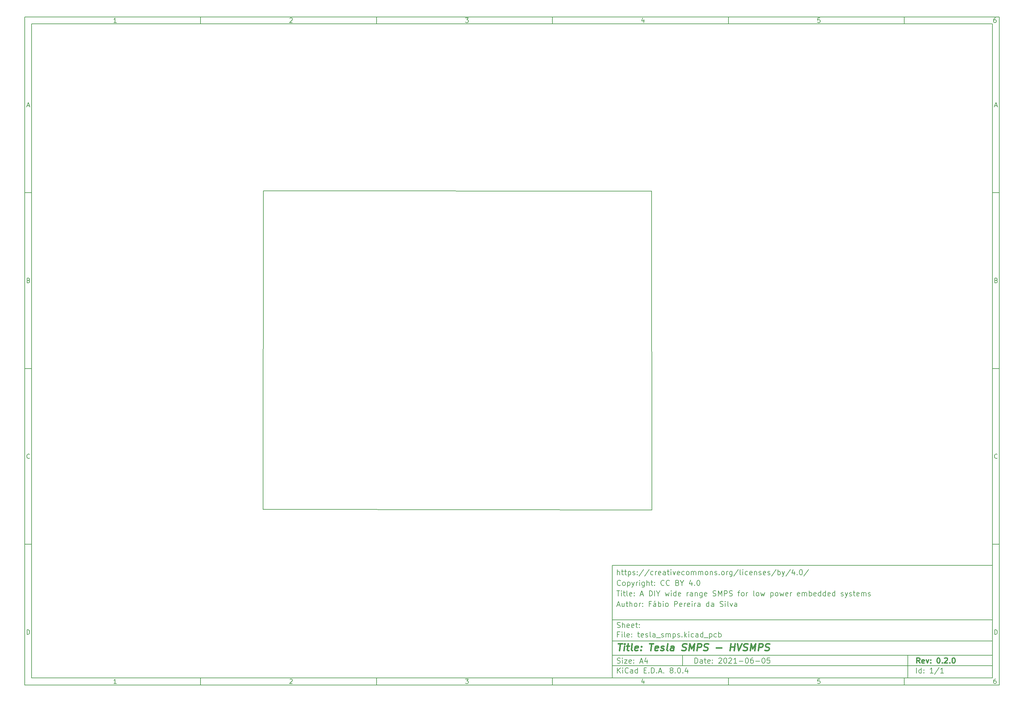
<source format=gbr>
%TF.GenerationSoftware,KiCad,Pcbnew,8.0.4-8.0.4-0~ubuntu22.04.1*%
%TF.CreationDate,2024-08-04T23:42:01-03:00*%
%TF.ProjectId,tesla_smps,7465736c-615f-4736-9d70-732e6b696361,0.2.0*%
%TF.SameCoordinates,Original*%
%TF.FileFunction,Profile,NP*%
%FSLAX46Y46*%
G04 Gerber Fmt 4.6, Leading zero omitted, Abs format (unit mm)*
G04 Created by KiCad (PCBNEW 8.0.4-8.0.4-0~ubuntu22.04.1) date 2024-08-04 23:42:01*
%MOMM*%
%LPD*%
G01*
G04 APERTURE LIST*
%ADD10C,0.100000*%
%ADD11C,0.150000*%
%ADD12C,0.300000*%
%ADD13C,0.400000*%
%TA.AperFunction,Profile*%
%ADD14C,0.150000*%
%TD*%
G04 APERTURE END LIST*
D10*
D11*
X177002200Y-166007200D02*
X285002200Y-166007200D01*
X285002200Y-198007200D01*
X177002200Y-198007200D01*
X177002200Y-166007200D01*
D10*
D11*
X10000000Y-10000000D02*
X287002200Y-10000000D01*
X287002200Y-200007200D01*
X10000000Y-200007200D01*
X10000000Y-10000000D01*
D10*
D11*
X12000000Y-12000000D02*
X285002200Y-12000000D01*
X285002200Y-198007200D01*
X12000000Y-198007200D01*
X12000000Y-12000000D01*
D10*
D11*
X60000000Y-12000000D02*
X60000000Y-10000000D01*
D10*
D11*
X110000000Y-12000000D02*
X110000000Y-10000000D01*
D10*
D11*
X160000000Y-12000000D02*
X160000000Y-10000000D01*
D10*
D11*
X210000000Y-12000000D02*
X210000000Y-10000000D01*
D10*
D11*
X260000000Y-12000000D02*
X260000000Y-10000000D01*
D10*
D11*
X36089160Y-11593604D02*
X35346303Y-11593604D01*
X35717731Y-11593604D02*
X35717731Y-10293604D01*
X35717731Y-10293604D02*
X35593922Y-10479319D01*
X35593922Y-10479319D02*
X35470112Y-10603128D01*
X35470112Y-10603128D02*
X35346303Y-10665033D01*
D10*
D11*
X85346303Y-10417414D02*
X85408207Y-10355509D01*
X85408207Y-10355509D02*
X85532017Y-10293604D01*
X85532017Y-10293604D02*
X85841541Y-10293604D01*
X85841541Y-10293604D02*
X85965350Y-10355509D01*
X85965350Y-10355509D02*
X86027255Y-10417414D01*
X86027255Y-10417414D02*
X86089160Y-10541223D01*
X86089160Y-10541223D02*
X86089160Y-10665033D01*
X86089160Y-10665033D02*
X86027255Y-10850747D01*
X86027255Y-10850747D02*
X85284398Y-11593604D01*
X85284398Y-11593604D02*
X86089160Y-11593604D01*
D10*
D11*
X135284398Y-10293604D02*
X136089160Y-10293604D01*
X136089160Y-10293604D02*
X135655826Y-10788842D01*
X135655826Y-10788842D02*
X135841541Y-10788842D01*
X135841541Y-10788842D02*
X135965350Y-10850747D01*
X135965350Y-10850747D02*
X136027255Y-10912652D01*
X136027255Y-10912652D02*
X136089160Y-11036461D01*
X136089160Y-11036461D02*
X136089160Y-11345985D01*
X136089160Y-11345985D02*
X136027255Y-11469795D01*
X136027255Y-11469795D02*
X135965350Y-11531700D01*
X135965350Y-11531700D02*
X135841541Y-11593604D01*
X135841541Y-11593604D02*
X135470112Y-11593604D01*
X135470112Y-11593604D02*
X135346303Y-11531700D01*
X135346303Y-11531700D02*
X135284398Y-11469795D01*
D10*
D11*
X185965350Y-10726938D02*
X185965350Y-11593604D01*
X185655826Y-10231700D02*
X185346303Y-11160271D01*
X185346303Y-11160271D02*
X186151064Y-11160271D01*
D10*
D11*
X236027255Y-10293604D02*
X235408207Y-10293604D01*
X235408207Y-10293604D02*
X235346303Y-10912652D01*
X235346303Y-10912652D02*
X235408207Y-10850747D01*
X235408207Y-10850747D02*
X235532017Y-10788842D01*
X235532017Y-10788842D02*
X235841541Y-10788842D01*
X235841541Y-10788842D02*
X235965350Y-10850747D01*
X235965350Y-10850747D02*
X236027255Y-10912652D01*
X236027255Y-10912652D02*
X236089160Y-11036461D01*
X236089160Y-11036461D02*
X236089160Y-11345985D01*
X236089160Y-11345985D02*
X236027255Y-11469795D01*
X236027255Y-11469795D02*
X235965350Y-11531700D01*
X235965350Y-11531700D02*
X235841541Y-11593604D01*
X235841541Y-11593604D02*
X235532017Y-11593604D01*
X235532017Y-11593604D02*
X235408207Y-11531700D01*
X235408207Y-11531700D02*
X235346303Y-11469795D01*
D10*
D11*
X285965350Y-10293604D02*
X285717731Y-10293604D01*
X285717731Y-10293604D02*
X285593922Y-10355509D01*
X285593922Y-10355509D02*
X285532017Y-10417414D01*
X285532017Y-10417414D02*
X285408207Y-10603128D01*
X285408207Y-10603128D02*
X285346303Y-10850747D01*
X285346303Y-10850747D02*
X285346303Y-11345985D01*
X285346303Y-11345985D02*
X285408207Y-11469795D01*
X285408207Y-11469795D02*
X285470112Y-11531700D01*
X285470112Y-11531700D02*
X285593922Y-11593604D01*
X285593922Y-11593604D02*
X285841541Y-11593604D01*
X285841541Y-11593604D02*
X285965350Y-11531700D01*
X285965350Y-11531700D02*
X286027255Y-11469795D01*
X286027255Y-11469795D02*
X286089160Y-11345985D01*
X286089160Y-11345985D02*
X286089160Y-11036461D01*
X286089160Y-11036461D02*
X286027255Y-10912652D01*
X286027255Y-10912652D02*
X285965350Y-10850747D01*
X285965350Y-10850747D02*
X285841541Y-10788842D01*
X285841541Y-10788842D02*
X285593922Y-10788842D01*
X285593922Y-10788842D02*
X285470112Y-10850747D01*
X285470112Y-10850747D02*
X285408207Y-10912652D01*
X285408207Y-10912652D02*
X285346303Y-11036461D01*
D10*
D11*
X60000000Y-198007200D02*
X60000000Y-200007200D01*
D10*
D11*
X110000000Y-198007200D02*
X110000000Y-200007200D01*
D10*
D11*
X160000000Y-198007200D02*
X160000000Y-200007200D01*
D10*
D11*
X210000000Y-198007200D02*
X210000000Y-200007200D01*
D10*
D11*
X260000000Y-198007200D02*
X260000000Y-200007200D01*
D10*
D11*
X36089160Y-199600804D02*
X35346303Y-199600804D01*
X35717731Y-199600804D02*
X35717731Y-198300804D01*
X35717731Y-198300804D02*
X35593922Y-198486519D01*
X35593922Y-198486519D02*
X35470112Y-198610328D01*
X35470112Y-198610328D02*
X35346303Y-198672233D01*
D10*
D11*
X85346303Y-198424614D02*
X85408207Y-198362709D01*
X85408207Y-198362709D02*
X85532017Y-198300804D01*
X85532017Y-198300804D02*
X85841541Y-198300804D01*
X85841541Y-198300804D02*
X85965350Y-198362709D01*
X85965350Y-198362709D02*
X86027255Y-198424614D01*
X86027255Y-198424614D02*
X86089160Y-198548423D01*
X86089160Y-198548423D02*
X86089160Y-198672233D01*
X86089160Y-198672233D02*
X86027255Y-198857947D01*
X86027255Y-198857947D02*
X85284398Y-199600804D01*
X85284398Y-199600804D02*
X86089160Y-199600804D01*
D10*
D11*
X135284398Y-198300804D02*
X136089160Y-198300804D01*
X136089160Y-198300804D02*
X135655826Y-198796042D01*
X135655826Y-198796042D02*
X135841541Y-198796042D01*
X135841541Y-198796042D02*
X135965350Y-198857947D01*
X135965350Y-198857947D02*
X136027255Y-198919852D01*
X136027255Y-198919852D02*
X136089160Y-199043661D01*
X136089160Y-199043661D02*
X136089160Y-199353185D01*
X136089160Y-199353185D02*
X136027255Y-199476995D01*
X136027255Y-199476995D02*
X135965350Y-199538900D01*
X135965350Y-199538900D02*
X135841541Y-199600804D01*
X135841541Y-199600804D02*
X135470112Y-199600804D01*
X135470112Y-199600804D02*
X135346303Y-199538900D01*
X135346303Y-199538900D02*
X135284398Y-199476995D01*
D10*
D11*
X185965350Y-198734138D02*
X185965350Y-199600804D01*
X185655826Y-198238900D02*
X185346303Y-199167471D01*
X185346303Y-199167471D02*
X186151064Y-199167471D01*
D10*
D11*
X236027255Y-198300804D02*
X235408207Y-198300804D01*
X235408207Y-198300804D02*
X235346303Y-198919852D01*
X235346303Y-198919852D02*
X235408207Y-198857947D01*
X235408207Y-198857947D02*
X235532017Y-198796042D01*
X235532017Y-198796042D02*
X235841541Y-198796042D01*
X235841541Y-198796042D02*
X235965350Y-198857947D01*
X235965350Y-198857947D02*
X236027255Y-198919852D01*
X236027255Y-198919852D02*
X236089160Y-199043661D01*
X236089160Y-199043661D02*
X236089160Y-199353185D01*
X236089160Y-199353185D02*
X236027255Y-199476995D01*
X236027255Y-199476995D02*
X235965350Y-199538900D01*
X235965350Y-199538900D02*
X235841541Y-199600804D01*
X235841541Y-199600804D02*
X235532017Y-199600804D01*
X235532017Y-199600804D02*
X235408207Y-199538900D01*
X235408207Y-199538900D02*
X235346303Y-199476995D01*
D10*
D11*
X285965350Y-198300804D02*
X285717731Y-198300804D01*
X285717731Y-198300804D02*
X285593922Y-198362709D01*
X285593922Y-198362709D02*
X285532017Y-198424614D01*
X285532017Y-198424614D02*
X285408207Y-198610328D01*
X285408207Y-198610328D02*
X285346303Y-198857947D01*
X285346303Y-198857947D02*
X285346303Y-199353185D01*
X285346303Y-199353185D02*
X285408207Y-199476995D01*
X285408207Y-199476995D02*
X285470112Y-199538900D01*
X285470112Y-199538900D02*
X285593922Y-199600804D01*
X285593922Y-199600804D02*
X285841541Y-199600804D01*
X285841541Y-199600804D02*
X285965350Y-199538900D01*
X285965350Y-199538900D02*
X286027255Y-199476995D01*
X286027255Y-199476995D02*
X286089160Y-199353185D01*
X286089160Y-199353185D02*
X286089160Y-199043661D01*
X286089160Y-199043661D02*
X286027255Y-198919852D01*
X286027255Y-198919852D02*
X285965350Y-198857947D01*
X285965350Y-198857947D02*
X285841541Y-198796042D01*
X285841541Y-198796042D02*
X285593922Y-198796042D01*
X285593922Y-198796042D02*
X285470112Y-198857947D01*
X285470112Y-198857947D02*
X285408207Y-198919852D01*
X285408207Y-198919852D02*
X285346303Y-199043661D01*
D10*
D11*
X10000000Y-60000000D02*
X12000000Y-60000000D01*
D10*
D11*
X10000000Y-110000000D02*
X12000000Y-110000000D01*
D10*
D11*
X10000000Y-160000000D02*
X12000000Y-160000000D01*
D10*
D11*
X10690476Y-35222176D02*
X11309523Y-35222176D01*
X10566666Y-35593604D02*
X10999999Y-34293604D01*
X10999999Y-34293604D02*
X11433333Y-35593604D01*
D10*
D11*
X11092857Y-84912652D02*
X11278571Y-84974557D01*
X11278571Y-84974557D02*
X11340476Y-85036461D01*
X11340476Y-85036461D02*
X11402380Y-85160271D01*
X11402380Y-85160271D02*
X11402380Y-85345985D01*
X11402380Y-85345985D02*
X11340476Y-85469795D01*
X11340476Y-85469795D02*
X11278571Y-85531700D01*
X11278571Y-85531700D02*
X11154761Y-85593604D01*
X11154761Y-85593604D02*
X10659523Y-85593604D01*
X10659523Y-85593604D02*
X10659523Y-84293604D01*
X10659523Y-84293604D02*
X11092857Y-84293604D01*
X11092857Y-84293604D02*
X11216666Y-84355509D01*
X11216666Y-84355509D02*
X11278571Y-84417414D01*
X11278571Y-84417414D02*
X11340476Y-84541223D01*
X11340476Y-84541223D02*
X11340476Y-84665033D01*
X11340476Y-84665033D02*
X11278571Y-84788842D01*
X11278571Y-84788842D02*
X11216666Y-84850747D01*
X11216666Y-84850747D02*
X11092857Y-84912652D01*
X11092857Y-84912652D02*
X10659523Y-84912652D01*
D10*
D11*
X11402380Y-135469795D02*
X11340476Y-135531700D01*
X11340476Y-135531700D02*
X11154761Y-135593604D01*
X11154761Y-135593604D02*
X11030952Y-135593604D01*
X11030952Y-135593604D02*
X10845238Y-135531700D01*
X10845238Y-135531700D02*
X10721428Y-135407890D01*
X10721428Y-135407890D02*
X10659523Y-135284080D01*
X10659523Y-135284080D02*
X10597619Y-135036461D01*
X10597619Y-135036461D02*
X10597619Y-134850747D01*
X10597619Y-134850747D02*
X10659523Y-134603128D01*
X10659523Y-134603128D02*
X10721428Y-134479319D01*
X10721428Y-134479319D02*
X10845238Y-134355509D01*
X10845238Y-134355509D02*
X11030952Y-134293604D01*
X11030952Y-134293604D02*
X11154761Y-134293604D01*
X11154761Y-134293604D02*
X11340476Y-134355509D01*
X11340476Y-134355509D02*
X11402380Y-134417414D01*
D10*
D11*
X10659523Y-185593604D02*
X10659523Y-184293604D01*
X10659523Y-184293604D02*
X10969047Y-184293604D01*
X10969047Y-184293604D02*
X11154761Y-184355509D01*
X11154761Y-184355509D02*
X11278571Y-184479319D01*
X11278571Y-184479319D02*
X11340476Y-184603128D01*
X11340476Y-184603128D02*
X11402380Y-184850747D01*
X11402380Y-184850747D02*
X11402380Y-185036461D01*
X11402380Y-185036461D02*
X11340476Y-185284080D01*
X11340476Y-185284080D02*
X11278571Y-185407890D01*
X11278571Y-185407890D02*
X11154761Y-185531700D01*
X11154761Y-185531700D02*
X10969047Y-185593604D01*
X10969047Y-185593604D02*
X10659523Y-185593604D01*
D10*
D11*
X287002200Y-60000000D02*
X285002200Y-60000000D01*
D10*
D11*
X287002200Y-110000000D02*
X285002200Y-110000000D01*
D10*
D11*
X287002200Y-160000000D02*
X285002200Y-160000000D01*
D10*
D11*
X285692676Y-35222176D02*
X286311723Y-35222176D01*
X285568866Y-35593604D02*
X286002199Y-34293604D01*
X286002199Y-34293604D02*
X286435533Y-35593604D01*
D10*
D11*
X286095057Y-84912652D02*
X286280771Y-84974557D01*
X286280771Y-84974557D02*
X286342676Y-85036461D01*
X286342676Y-85036461D02*
X286404580Y-85160271D01*
X286404580Y-85160271D02*
X286404580Y-85345985D01*
X286404580Y-85345985D02*
X286342676Y-85469795D01*
X286342676Y-85469795D02*
X286280771Y-85531700D01*
X286280771Y-85531700D02*
X286156961Y-85593604D01*
X286156961Y-85593604D02*
X285661723Y-85593604D01*
X285661723Y-85593604D02*
X285661723Y-84293604D01*
X285661723Y-84293604D02*
X286095057Y-84293604D01*
X286095057Y-84293604D02*
X286218866Y-84355509D01*
X286218866Y-84355509D02*
X286280771Y-84417414D01*
X286280771Y-84417414D02*
X286342676Y-84541223D01*
X286342676Y-84541223D02*
X286342676Y-84665033D01*
X286342676Y-84665033D02*
X286280771Y-84788842D01*
X286280771Y-84788842D02*
X286218866Y-84850747D01*
X286218866Y-84850747D02*
X286095057Y-84912652D01*
X286095057Y-84912652D02*
X285661723Y-84912652D01*
D10*
D11*
X286404580Y-135469795D02*
X286342676Y-135531700D01*
X286342676Y-135531700D02*
X286156961Y-135593604D01*
X286156961Y-135593604D02*
X286033152Y-135593604D01*
X286033152Y-135593604D02*
X285847438Y-135531700D01*
X285847438Y-135531700D02*
X285723628Y-135407890D01*
X285723628Y-135407890D02*
X285661723Y-135284080D01*
X285661723Y-135284080D02*
X285599819Y-135036461D01*
X285599819Y-135036461D02*
X285599819Y-134850747D01*
X285599819Y-134850747D02*
X285661723Y-134603128D01*
X285661723Y-134603128D02*
X285723628Y-134479319D01*
X285723628Y-134479319D02*
X285847438Y-134355509D01*
X285847438Y-134355509D02*
X286033152Y-134293604D01*
X286033152Y-134293604D02*
X286156961Y-134293604D01*
X286156961Y-134293604D02*
X286342676Y-134355509D01*
X286342676Y-134355509D02*
X286404580Y-134417414D01*
D10*
D11*
X285661723Y-185593604D02*
X285661723Y-184293604D01*
X285661723Y-184293604D02*
X285971247Y-184293604D01*
X285971247Y-184293604D02*
X286156961Y-184355509D01*
X286156961Y-184355509D02*
X286280771Y-184479319D01*
X286280771Y-184479319D02*
X286342676Y-184603128D01*
X286342676Y-184603128D02*
X286404580Y-184850747D01*
X286404580Y-184850747D02*
X286404580Y-185036461D01*
X286404580Y-185036461D02*
X286342676Y-185284080D01*
X286342676Y-185284080D02*
X286280771Y-185407890D01*
X286280771Y-185407890D02*
X286156961Y-185531700D01*
X286156961Y-185531700D02*
X285971247Y-185593604D01*
X285971247Y-185593604D02*
X285661723Y-185593604D01*
D10*
D11*
X200458026Y-193793328D02*
X200458026Y-192293328D01*
X200458026Y-192293328D02*
X200815169Y-192293328D01*
X200815169Y-192293328D02*
X201029455Y-192364757D01*
X201029455Y-192364757D02*
X201172312Y-192507614D01*
X201172312Y-192507614D02*
X201243741Y-192650471D01*
X201243741Y-192650471D02*
X201315169Y-192936185D01*
X201315169Y-192936185D02*
X201315169Y-193150471D01*
X201315169Y-193150471D02*
X201243741Y-193436185D01*
X201243741Y-193436185D02*
X201172312Y-193579042D01*
X201172312Y-193579042D02*
X201029455Y-193721900D01*
X201029455Y-193721900D02*
X200815169Y-193793328D01*
X200815169Y-193793328D02*
X200458026Y-193793328D01*
X202600884Y-193793328D02*
X202600884Y-193007614D01*
X202600884Y-193007614D02*
X202529455Y-192864757D01*
X202529455Y-192864757D02*
X202386598Y-192793328D01*
X202386598Y-192793328D02*
X202100884Y-192793328D01*
X202100884Y-192793328D02*
X201958026Y-192864757D01*
X202600884Y-193721900D02*
X202458026Y-193793328D01*
X202458026Y-193793328D02*
X202100884Y-193793328D01*
X202100884Y-193793328D02*
X201958026Y-193721900D01*
X201958026Y-193721900D02*
X201886598Y-193579042D01*
X201886598Y-193579042D02*
X201886598Y-193436185D01*
X201886598Y-193436185D02*
X201958026Y-193293328D01*
X201958026Y-193293328D02*
X202100884Y-193221900D01*
X202100884Y-193221900D02*
X202458026Y-193221900D01*
X202458026Y-193221900D02*
X202600884Y-193150471D01*
X203100884Y-192793328D02*
X203672312Y-192793328D01*
X203315169Y-192293328D02*
X203315169Y-193579042D01*
X203315169Y-193579042D02*
X203386598Y-193721900D01*
X203386598Y-193721900D02*
X203529455Y-193793328D01*
X203529455Y-193793328D02*
X203672312Y-193793328D01*
X204743741Y-193721900D02*
X204600884Y-193793328D01*
X204600884Y-193793328D02*
X204315170Y-193793328D01*
X204315170Y-193793328D02*
X204172312Y-193721900D01*
X204172312Y-193721900D02*
X204100884Y-193579042D01*
X204100884Y-193579042D02*
X204100884Y-193007614D01*
X204100884Y-193007614D02*
X204172312Y-192864757D01*
X204172312Y-192864757D02*
X204315170Y-192793328D01*
X204315170Y-192793328D02*
X204600884Y-192793328D01*
X204600884Y-192793328D02*
X204743741Y-192864757D01*
X204743741Y-192864757D02*
X204815170Y-193007614D01*
X204815170Y-193007614D02*
X204815170Y-193150471D01*
X204815170Y-193150471D02*
X204100884Y-193293328D01*
X205458026Y-193650471D02*
X205529455Y-193721900D01*
X205529455Y-193721900D02*
X205458026Y-193793328D01*
X205458026Y-193793328D02*
X205386598Y-193721900D01*
X205386598Y-193721900D02*
X205458026Y-193650471D01*
X205458026Y-193650471D02*
X205458026Y-193793328D01*
X205458026Y-192864757D02*
X205529455Y-192936185D01*
X205529455Y-192936185D02*
X205458026Y-193007614D01*
X205458026Y-193007614D02*
X205386598Y-192936185D01*
X205386598Y-192936185D02*
X205458026Y-192864757D01*
X205458026Y-192864757D02*
X205458026Y-193007614D01*
X207243741Y-192436185D02*
X207315169Y-192364757D01*
X207315169Y-192364757D02*
X207458027Y-192293328D01*
X207458027Y-192293328D02*
X207815169Y-192293328D01*
X207815169Y-192293328D02*
X207958027Y-192364757D01*
X207958027Y-192364757D02*
X208029455Y-192436185D01*
X208029455Y-192436185D02*
X208100884Y-192579042D01*
X208100884Y-192579042D02*
X208100884Y-192721900D01*
X208100884Y-192721900D02*
X208029455Y-192936185D01*
X208029455Y-192936185D02*
X207172312Y-193793328D01*
X207172312Y-193793328D02*
X208100884Y-193793328D01*
X209029455Y-192293328D02*
X209172312Y-192293328D01*
X209172312Y-192293328D02*
X209315169Y-192364757D01*
X209315169Y-192364757D02*
X209386598Y-192436185D01*
X209386598Y-192436185D02*
X209458026Y-192579042D01*
X209458026Y-192579042D02*
X209529455Y-192864757D01*
X209529455Y-192864757D02*
X209529455Y-193221900D01*
X209529455Y-193221900D02*
X209458026Y-193507614D01*
X209458026Y-193507614D02*
X209386598Y-193650471D01*
X209386598Y-193650471D02*
X209315169Y-193721900D01*
X209315169Y-193721900D02*
X209172312Y-193793328D01*
X209172312Y-193793328D02*
X209029455Y-193793328D01*
X209029455Y-193793328D02*
X208886598Y-193721900D01*
X208886598Y-193721900D02*
X208815169Y-193650471D01*
X208815169Y-193650471D02*
X208743740Y-193507614D01*
X208743740Y-193507614D02*
X208672312Y-193221900D01*
X208672312Y-193221900D02*
X208672312Y-192864757D01*
X208672312Y-192864757D02*
X208743740Y-192579042D01*
X208743740Y-192579042D02*
X208815169Y-192436185D01*
X208815169Y-192436185D02*
X208886598Y-192364757D01*
X208886598Y-192364757D02*
X209029455Y-192293328D01*
X210100883Y-192436185D02*
X210172311Y-192364757D01*
X210172311Y-192364757D02*
X210315169Y-192293328D01*
X210315169Y-192293328D02*
X210672311Y-192293328D01*
X210672311Y-192293328D02*
X210815169Y-192364757D01*
X210815169Y-192364757D02*
X210886597Y-192436185D01*
X210886597Y-192436185D02*
X210958026Y-192579042D01*
X210958026Y-192579042D02*
X210958026Y-192721900D01*
X210958026Y-192721900D02*
X210886597Y-192936185D01*
X210886597Y-192936185D02*
X210029454Y-193793328D01*
X210029454Y-193793328D02*
X210958026Y-193793328D01*
X212386597Y-193793328D02*
X211529454Y-193793328D01*
X211958025Y-193793328D02*
X211958025Y-192293328D01*
X211958025Y-192293328D02*
X211815168Y-192507614D01*
X211815168Y-192507614D02*
X211672311Y-192650471D01*
X211672311Y-192650471D02*
X211529454Y-192721900D01*
X213029453Y-193221900D02*
X214172311Y-193221900D01*
X215172311Y-192293328D02*
X215315168Y-192293328D01*
X215315168Y-192293328D02*
X215458025Y-192364757D01*
X215458025Y-192364757D02*
X215529454Y-192436185D01*
X215529454Y-192436185D02*
X215600882Y-192579042D01*
X215600882Y-192579042D02*
X215672311Y-192864757D01*
X215672311Y-192864757D02*
X215672311Y-193221900D01*
X215672311Y-193221900D02*
X215600882Y-193507614D01*
X215600882Y-193507614D02*
X215529454Y-193650471D01*
X215529454Y-193650471D02*
X215458025Y-193721900D01*
X215458025Y-193721900D02*
X215315168Y-193793328D01*
X215315168Y-193793328D02*
X215172311Y-193793328D01*
X215172311Y-193793328D02*
X215029454Y-193721900D01*
X215029454Y-193721900D02*
X214958025Y-193650471D01*
X214958025Y-193650471D02*
X214886596Y-193507614D01*
X214886596Y-193507614D02*
X214815168Y-193221900D01*
X214815168Y-193221900D02*
X214815168Y-192864757D01*
X214815168Y-192864757D02*
X214886596Y-192579042D01*
X214886596Y-192579042D02*
X214958025Y-192436185D01*
X214958025Y-192436185D02*
X215029454Y-192364757D01*
X215029454Y-192364757D02*
X215172311Y-192293328D01*
X216958025Y-192293328D02*
X216672310Y-192293328D01*
X216672310Y-192293328D02*
X216529453Y-192364757D01*
X216529453Y-192364757D02*
X216458025Y-192436185D01*
X216458025Y-192436185D02*
X216315167Y-192650471D01*
X216315167Y-192650471D02*
X216243739Y-192936185D01*
X216243739Y-192936185D02*
X216243739Y-193507614D01*
X216243739Y-193507614D02*
X216315167Y-193650471D01*
X216315167Y-193650471D02*
X216386596Y-193721900D01*
X216386596Y-193721900D02*
X216529453Y-193793328D01*
X216529453Y-193793328D02*
X216815167Y-193793328D01*
X216815167Y-193793328D02*
X216958025Y-193721900D01*
X216958025Y-193721900D02*
X217029453Y-193650471D01*
X217029453Y-193650471D02*
X217100882Y-193507614D01*
X217100882Y-193507614D02*
X217100882Y-193150471D01*
X217100882Y-193150471D02*
X217029453Y-193007614D01*
X217029453Y-193007614D02*
X216958025Y-192936185D01*
X216958025Y-192936185D02*
X216815167Y-192864757D01*
X216815167Y-192864757D02*
X216529453Y-192864757D01*
X216529453Y-192864757D02*
X216386596Y-192936185D01*
X216386596Y-192936185D02*
X216315167Y-193007614D01*
X216315167Y-193007614D02*
X216243739Y-193150471D01*
X217743738Y-193221900D02*
X218886596Y-193221900D01*
X219886596Y-192293328D02*
X220029453Y-192293328D01*
X220029453Y-192293328D02*
X220172310Y-192364757D01*
X220172310Y-192364757D02*
X220243739Y-192436185D01*
X220243739Y-192436185D02*
X220315167Y-192579042D01*
X220315167Y-192579042D02*
X220386596Y-192864757D01*
X220386596Y-192864757D02*
X220386596Y-193221900D01*
X220386596Y-193221900D02*
X220315167Y-193507614D01*
X220315167Y-193507614D02*
X220243739Y-193650471D01*
X220243739Y-193650471D02*
X220172310Y-193721900D01*
X220172310Y-193721900D02*
X220029453Y-193793328D01*
X220029453Y-193793328D02*
X219886596Y-193793328D01*
X219886596Y-193793328D02*
X219743739Y-193721900D01*
X219743739Y-193721900D02*
X219672310Y-193650471D01*
X219672310Y-193650471D02*
X219600881Y-193507614D01*
X219600881Y-193507614D02*
X219529453Y-193221900D01*
X219529453Y-193221900D02*
X219529453Y-192864757D01*
X219529453Y-192864757D02*
X219600881Y-192579042D01*
X219600881Y-192579042D02*
X219672310Y-192436185D01*
X219672310Y-192436185D02*
X219743739Y-192364757D01*
X219743739Y-192364757D02*
X219886596Y-192293328D01*
X221743738Y-192293328D02*
X221029452Y-192293328D01*
X221029452Y-192293328D02*
X220958024Y-193007614D01*
X220958024Y-193007614D02*
X221029452Y-192936185D01*
X221029452Y-192936185D02*
X221172310Y-192864757D01*
X221172310Y-192864757D02*
X221529452Y-192864757D01*
X221529452Y-192864757D02*
X221672310Y-192936185D01*
X221672310Y-192936185D02*
X221743738Y-193007614D01*
X221743738Y-193007614D02*
X221815167Y-193150471D01*
X221815167Y-193150471D02*
X221815167Y-193507614D01*
X221815167Y-193507614D02*
X221743738Y-193650471D01*
X221743738Y-193650471D02*
X221672310Y-193721900D01*
X221672310Y-193721900D02*
X221529452Y-193793328D01*
X221529452Y-193793328D02*
X221172310Y-193793328D01*
X221172310Y-193793328D02*
X221029452Y-193721900D01*
X221029452Y-193721900D02*
X220958024Y-193650471D01*
D10*
D11*
X177002200Y-194507200D02*
X285002200Y-194507200D01*
D10*
D11*
X178458026Y-196593328D02*
X178458026Y-195093328D01*
X179315169Y-196593328D02*
X178672312Y-195736185D01*
X179315169Y-195093328D02*
X178458026Y-195950471D01*
X179958026Y-196593328D02*
X179958026Y-195593328D01*
X179958026Y-195093328D02*
X179886598Y-195164757D01*
X179886598Y-195164757D02*
X179958026Y-195236185D01*
X179958026Y-195236185D02*
X180029455Y-195164757D01*
X180029455Y-195164757D02*
X179958026Y-195093328D01*
X179958026Y-195093328D02*
X179958026Y-195236185D01*
X181529455Y-196450471D02*
X181458027Y-196521900D01*
X181458027Y-196521900D02*
X181243741Y-196593328D01*
X181243741Y-196593328D02*
X181100884Y-196593328D01*
X181100884Y-196593328D02*
X180886598Y-196521900D01*
X180886598Y-196521900D02*
X180743741Y-196379042D01*
X180743741Y-196379042D02*
X180672312Y-196236185D01*
X180672312Y-196236185D02*
X180600884Y-195950471D01*
X180600884Y-195950471D02*
X180600884Y-195736185D01*
X180600884Y-195736185D02*
X180672312Y-195450471D01*
X180672312Y-195450471D02*
X180743741Y-195307614D01*
X180743741Y-195307614D02*
X180886598Y-195164757D01*
X180886598Y-195164757D02*
X181100884Y-195093328D01*
X181100884Y-195093328D02*
X181243741Y-195093328D01*
X181243741Y-195093328D02*
X181458027Y-195164757D01*
X181458027Y-195164757D02*
X181529455Y-195236185D01*
X182815170Y-196593328D02*
X182815170Y-195807614D01*
X182815170Y-195807614D02*
X182743741Y-195664757D01*
X182743741Y-195664757D02*
X182600884Y-195593328D01*
X182600884Y-195593328D02*
X182315170Y-195593328D01*
X182315170Y-195593328D02*
X182172312Y-195664757D01*
X182815170Y-196521900D02*
X182672312Y-196593328D01*
X182672312Y-196593328D02*
X182315170Y-196593328D01*
X182315170Y-196593328D02*
X182172312Y-196521900D01*
X182172312Y-196521900D02*
X182100884Y-196379042D01*
X182100884Y-196379042D02*
X182100884Y-196236185D01*
X182100884Y-196236185D02*
X182172312Y-196093328D01*
X182172312Y-196093328D02*
X182315170Y-196021900D01*
X182315170Y-196021900D02*
X182672312Y-196021900D01*
X182672312Y-196021900D02*
X182815170Y-195950471D01*
X184172313Y-196593328D02*
X184172313Y-195093328D01*
X184172313Y-196521900D02*
X184029455Y-196593328D01*
X184029455Y-196593328D02*
X183743741Y-196593328D01*
X183743741Y-196593328D02*
X183600884Y-196521900D01*
X183600884Y-196521900D02*
X183529455Y-196450471D01*
X183529455Y-196450471D02*
X183458027Y-196307614D01*
X183458027Y-196307614D02*
X183458027Y-195879042D01*
X183458027Y-195879042D02*
X183529455Y-195736185D01*
X183529455Y-195736185D02*
X183600884Y-195664757D01*
X183600884Y-195664757D02*
X183743741Y-195593328D01*
X183743741Y-195593328D02*
X184029455Y-195593328D01*
X184029455Y-195593328D02*
X184172313Y-195664757D01*
X186029455Y-195807614D02*
X186529455Y-195807614D01*
X186743741Y-196593328D02*
X186029455Y-196593328D01*
X186029455Y-196593328D02*
X186029455Y-195093328D01*
X186029455Y-195093328D02*
X186743741Y-195093328D01*
X187386598Y-196450471D02*
X187458027Y-196521900D01*
X187458027Y-196521900D02*
X187386598Y-196593328D01*
X187386598Y-196593328D02*
X187315170Y-196521900D01*
X187315170Y-196521900D02*
X187386598Y-196450471D01*
X187386598Y-196450471D02*
X187386598Y-196593328D01*
X188100884Y-196593328D02*
X188100884Y-195093328D01*
X188100884Y-195093328D02*
X188458027Y-195093328D01*
X188458027Y-195093328D02*
X188672313Y-195164757D01*
X188672313Y-195164757D02*
X188815170Y-195307614D01*
X188815170Y-195307614D02*
X188886599Y-195450471D01*
X188886599Y-195450471D02*
X188958027Y-195736185D01*
X188958027Y-195736185D02*
X188958027Y-195950471D01*
X188958027Y-195950471D02*
X188886599Y-196236185D01*
X188886599Y-196236185D02*
X188815170Y-196379042D01*
X188815170Y-196379042D02*
X188672313Y-196521900D01*
X188672313Y-196521900D02*
X188458027Y-196593328D01*
X188458027Y-196593328D02*
X188100884Y-196593328D01*
X189600884Y-196450471D02*
X189672313Y-196521900D01*
X189672313Y-196521900D02*
X189600884Y-196593328D01*
X189600884Y-196593328D02*
X189529456Y-196521900D01*
X189529456Y-196521900D02*
X189600884Y-196450471D01*
X189600884Y-196450471D02*
X189600884Y-196593328D01*
X190243742Y-196164757D02*
X190958028Y-196164757D01*
X190100885Y-196593328D02*
X190600885Y-195093328D01*
X190600885Y-195093328D02*
X191100885Y-196593328D01*
X191600884Y-196450471D02*
X191672313Y-196521900D01*
X191672313Y-196521900D02*
X191600884Y-196593328D01*
X191600884Y-196593328D02*
X191529456Y-196521900D01*
X191529456Y-196521900D02*
X191600884Y-196450471D01*
X191600884Y-196450471D02*
X191600884Y-196593328D01*
X193672313Y-195736185D02*
X193529456Y-195664757D01*
X193529456Y-195664757D02*
X193458027Y-195593328D01*
X193458027Y-195593328D02*
X193386599Y-195450471D01*
X193386599Y-195450471D02*
X193386599Y-195379042D01*
X193386599Y-195379042D02*
X193458027Y-195236185D01*
X193458027Y-195236185D02*
X193529456Y-195164757D01*
X193529456Y-195164757D02*
X193672313Y-195093328D01*
X193672313Y-195093328D02*
X193958027Y-195093328D01*
X193958027Y-195093328D02*
X194100885Y-195164757D01*
X194100885Y-195164757D02*
X194172313Y-195236185D01*
X194172313Y-195236185D02*
X194243742Y-195379042D01*
X194243742Y-195379042D02*
X194243742Y-195450471D01*
X194243742Y-195450471D02*
X194172313Y-195593328D01*
X194172313Y-195593328D02*
X194100885Y-195664757D01*
X194100885Y-195664757D02*
X193958027Y-195736185D01*
X193958027Y-195736185D02*
X193672313Y-195736185D01*
X193672313Y-195736185D02*
X193529456Y-195807614D01*
X193529456Y-195807614D02*
X193458027Y-195879042D01*
X193458027Y-195879042D02*
X193386599Y-196021900D01*
X193386599Y-196021900D02*
X193386599Y-196307614D01*
X193386599Y-196307614D02*
X193458027Y-196450471D01*
X193458027Y-196450471D02*
X193529456Y-196521900D01*
X193529456Y-196521900D02*
X193672313Y-196593328D01*
X193672313Y-196593328D02*
X193958027Y-196593328D01*
X193958027Y-196593328D02*
X194100885Y-196521900D01*
X194100885Y-196521900D02*
X194172313Y-196450471D01*
X194172313Y-196450471D02*
X194243742Y-196307614D01*
X194243742Y-196307614D02*
X194243742Y-196021900D01*
X194243742Y-196021900D02*
X194172313Y-195879042D01*
X194172313Y-195879042D02*
X194100885Y-195807614D01*
X194100885Y-195807614D02*
X193958027Y-195736185D01*
X194886598Y-196450471D02*
X194958027Y-196521900D01*
X194958027Y-196521900D02*
X194886598Y-196593328D01*
X194886598Y-196593328D02*
X194815170Y-196521900D01*
X194815170Y-196521900D02*
X194886598Y-196450471D01*
X194886598Y-196450471D02*
X194886598Y-196593328D01*
X195886599Y-195093328D02*
X196029456Y-195093328D01*
X196029456Y-195093328D02*
X196172313Y-195164757D01*
X196172313Y-195164757D02*
X196243742Y-195236185D01*
X196243742Y-195236185D02*
X196315170Y-195379042D01*
X196315170Y-195379042D02*
X196386599Y-195664757D01*
X196386599Y-195664757D02*
X196386599Y-196021900D01*
X196386599Y-196021900D02*
X196315170Y-196307614D01*
X196315170Y-196307614D02*
X196243742Y-196450471D01*
X196243742Y-196450471D02*
X196172313Y-196521900D01*
X196172313Y-196521900D02*
X196029456Y-196593328D01*
X196029456Y-196593328D02*
X195886599Y-196593328D01*
X195886599Y-196593328D02*
X195743742Y-196521900D01*
X195743742Y-196521900D02*
X195672313Y-196450471D01*
X195672313Y-196450471D02*
X195600884Y-196307614D01*
X195600884Y-196307614D02*
X195529456Y-196021900D01*
X195529456Y-196021900D02*
X195529456Y-195664757D01*
X195529456Y-195664757D02*
X195600884Y-195379042D01*
X195600884Y-195379042D02*
X195672313Y-195236185D01*
X195672313Y-195236185D02*
X195743742Y-195164757D01*
X195743742Y-195164757D02*
X195886599Y-195093328D01*
X197029455Y-196450471D02*
X197100884Y-196521900D01*
X197100884Y-196521900D02*
X197029455Y-196593328D01*
X197029455Y-196593328D02*
X196958027Y-196521900D01*
X196958027Y-196521900D02*
X197029455Y-196450471D01*
X197029455Y-196450471D02*
X197029455Y-196593328D01*
X198386599Y-195593328D02*
X198386599Y-196593328D01*
X198029456Y-195021900D02*
X197672313Y-196093328D01*
X197672313Y-196093328D02*
X198600884Y-196093328D01*
D10*
D11*
X177002200Y-191507200D02*
X285002200Y-191507200D01*
D10*
D12*
X264413853Y-193785528D02*
X263913853Y-193071242D01*
X263556710Y-193785528D02*
X263556710Y-192285528D01*
X263556710Y-192285528D02*
X264128139Y-192285528D01*
X264128139Y-192285528D02*
X264270996Y-192356957D01*
X264270996Y-192356957D02*
X264342425Y-192428385D01*
X264342425Y-192428385D02*
X264413853Y-192571242D01*
X264413853Y-192571242D02*
X264413853Y-192785528D01*
X264413853Y-192785528D02*
X264342425Y-192928385D01*
X264342425Y-192928385D02*
X264270996Y-192999814D01*
X264270996Y-192999814D02*
X264128139Y-193071242D01*
X264128139Y-193071242D02*
X263556710Y-193071242D01*
X265628139Y-193714100D02*
X265485282Y-193785528D01*
X265485282Y-193785528D02*
X265199568Y-193785528D01*
X265199568Y-193785528D02*
X265056710Y-193714100D01*
X265056710Y-193714100D02*
X264985282Y-193571242D01*
X264985282Y-193571242D02*
X264985282Y-192999814D01*
X264985282Y-192999814D02*
X265056710Y-192856957D01*
X265056710Y-192856957D02*
X265199568Y-192785528D01*
X265199568Y-192785528D02*
X265485282Y-192785528D01*
X265485282Y-192785528D02*
X265628139Y-192856957D01*
X265628139Y-192856957D02*
X265699568Y-192999814D01*
X265699568Y-192999814D02*
X265699568Y-193142671D01*
X265699568Y-193142671D02*
X264985282Y-193285528D01*
X266199567Y-192785528D02*
X266556710Y-193785528D01*
X266556710Y-193785528D02*
X266913853Y-192785528D01*
X267485281Y-193642671D02*
X267556710Y-193714100D01*
X267556710Y-193714100D02*
X267485281Y-193785528D01*
X267485281Y-193785528D02*
X267413853Y-193714100D01*
X267413853Y-193714100D02*
X267485281Y-193642671D01*
X267485281Y-193642671D02*
X267485281Y-193785528D01*
X267485281Y-192856957D02*
X267556710Y-192928385D01*
X267556710Y-192928385D02*
X267485281Y-192999814D01*
X267485281Y-192999814D02*
X267413853Y-192928385D01*
X267413853Y-192928385D02*
X267485281Y-192856957D01*
X267485281Y-192856957D02*
X267485281Y-192999814D01*
X269628139Y-192285528D02*
X269770996Y-192285528D01*
X269770996Y-192285528D02*
X269913853Y-192356957D01*
X269913853Y-192356957D02*
X269985282Y-192428385D01*
X269985282Y-192428385D02*
X270056710Y-192571242D01*
X270056710Y-192571242D02*
X270128139Y-192856957D01*
X270128139Y-192856957D02*
X270128139Y-193214100D01*
X270128139Y-193214100D02*
X270056710Y-193499814D01*
X270056710Y-193499814D02*
X269985282Y-193642671D01*
X269985282Y-193642671D02*
X269913853Y-193714100D01*
X269913853Y-193714100D02*
X269770996Y-193785528D01*
X269770996Y-193785528D02*
X269628139Y-193785528D01*
X269628139Y-193785528D02*
X269485282Y-193714100D01*
X269485282Y-193714100D02*
X269413853Y-193642671D01*
X269413853Y-193642671D02*
X269342424Y-193499814D01*
X269342424Y-193499814D02*
X269270996Y-193214100D01*
X269270996Y-193214100D02*
X269270996Y-192856957D01*
X269270996Y-192856957D02*
X269342424Y-192571242D01*
X269342424Y-192571242D02*
X269413853Y-192428385D01*
X269413853Y-192428385D02*
X269485282Y-192356957D01*
X269485282Y-192356957D02*
X269628139Y-192285528D01*
X270770995Y-193642671D02*
X270842424Y-193714100D01*
X270842424Y-193714100D02*
X270770995Y-193785528D01*
X270770995Y-193785528D02*
X270699567Y-193714100D01*
X270699567Y-193714100D02*
X270770995Y-193642671D01*
X270770995Y-193642671D02*
X270770995Y-193785528D01*
X271413853Y-192428385D02*
X271485281Y-192356957D01*
X271485281Y-192356957D02*
X271628139Y-192285528D01*
X271628139Y-192285528D02*
X271985281Y-192285528D01*
X271985281Y-192285528D02*
X272128139Y-192356957D01*
X272128139Y-192356957D02*
X272199567Y-192428385D01*
X272199567Y-192428385D02*
X272270996Y-192571242D01*
X272270996Y-192571242D02*
X272270996Y-192714100D01*
X272270996Y-192714100D02*
X272199567Y-192928385D01*
X272199567Y-192928385D02*
X271342424Y-193785528D01*
X271342424Y-193785528D02*
X272270996Y-193785528D01*
X272913852Y-193642671D02*
X272985281Y-193714100D01*
X272985281Y-193714100D02*
X272913852Y-193785528D01*
X272913852Y-193785528D02*
X272842424Y-193714100D01*
X272842424Y-193714100D02*
X272913852Y-193642671D01*
X272913852Y-193642671D02*
X272913852Y-193785528D01*
X273913853Y-192285528D02*
X274056710Y-192285528D01*
X274056710Y-192285528D02*
X274199567Y-192356957D01*
X274199567Y-192356957D02*
X274270996Y-192428385D01*
X274270996Y-192428385D02*
X274342424Y-192571242D01*
X274342424Y-192571242D02*
X274413853Y-192856957D01*
X274413853Y-192856957D02*
X274413853Y-193214100D01*
X274413853Y-193214100D02*
X274342424Y-193499814D01*
X274342424Y-193499814D02*
X274270996Y-193642671D01*
X274270996Y-193642671D02*
X274199567Y-193714100D01*
X274199567Y-193714100D02*
X274056710Y-193785528D01*
X274056710Y-193785528D02*
X273913853Y-193785528D01*
X273913853Y-193785528D02*
X273770996Y-193714100D01*
X273770996Y-193714100D02*
X273699567Y-193642671D01*
X273699567Y-193642671D02*
X273628138Y-193499814D01*
X273628138Y-193499814D02*
X273556710Y-193214100D01*
X273556710Y-193214100D02*
X273556710Y-192856957D01*
X273556710Y-192856957D02*
X273628138Y-192571242D01*
X273628138Y-192571242D02*
X273699567Y-192428385D01*
X273699567Y-192428385D02*
X273770996Y-192356957D01*
X273770996Y-192356957D02*
X273913853Y-192285528D01*
D10*
D11*
X178386598Y-193721900D02*
X178600884Y-193793328D01*
X178600884Y-193793328D02*
X178958026Y-193793328D01*
X178958026Y-193793328D02*
X179100884Y-193721900D01*
X179100884Y-193721900D02*
X179172312Y-193650471D01*
X179172312Y-193650471D02*
X179243741Y-193507614D01*
X179243741Y-193507614D02*
X179243741Y-193364757D01*
X179243741Y-193364757D02*
X179172312Y-193221900D01*
X179172312Y-193221900D02*
X179100884Y-193150471D01*
X179100884Y-193150471D02*
X178958026Y-193079042D01*
X178958026Y-193079042D02*
X178672312Y-193007614D01*
X178672312Y-193007614D02*
X178529455Y-192936185D01*
X178529455Y-192936185D02*
X178458026Y-192864757D01*
X178458026Y-192864757D02*
X178386598Y-192721900D01*
X178386598Y-192721900D02*
X178386598Y-192579042D01*
X178386598Y-192579042D02*
X178458026Y-192436185D01*
X178458026Y-192436185D02*
X178529455Y-192364757D01*
X178529455Y-192364757D02*
X178672312Y-192293328D01*
X178672312Y-192293328D02*
X179029455Y-192293328D01*
X179029455Y-192293328D02*
X179243741Y-192364757D01*
X179886597Y-193793328D02*
X179886597Y-192793328D01*
X179886597Y-192293328D02*
X179815169Y-192364757D01*
X179815169Y-192364757D02*
X179886597Y-192436185D01*
X179886597Y-192436185D02*
X179958026Y-192364757D01*
X179958026Y-192364757D02*
X179886597Y-192293328D01*
X179886597Y-192293328D02*
X179886597Y-192436185D01*
X180458026Y-192793328D02*
X181243741Y-192793328D01*
X181243741Y-192793328D02*
X180458026Y-193793328D01*
X180458026Y-193793328D02*
X181243741Y-193793328D01*
X182386598Y-193721900D02*
X182243741Y-193793328D01*
X182243741Y-193793328D02*
X181958027Y-193793328D01*
X181958027Y-193793328D02*
X181815169Y-193721900D01*
X181815169Y-193721900D02*
X181743741Y-193579042D01*
X181743741Y-193579042D02*
X181743741Y-193007614D01*
X181743741Y-193007614D02*
X181815169Y-192864757D01*
X181815169Y-192864757D02*
X181958027Y-192793328D01*
X181958027Y-192793328D02*
X182243741Y-192793328D01*
X182243741Y-192793328D02*
X182386598Y-192864757D01*
X182386598Y-192864757D02*
X182458027Y-193007614D01*
X182458027Y-193007614D02*
X182458027Y-193150471D01*
X182458027Y-193150471D02*
X181743741Y-193293328D01*
X183100883Y-193650471D02*
X183172312Y-193721900D01*
X183172312Y-193721900D02*
X183100883Y-193793328D01*
X183100883Y-193793328D02*
X183029455Y-193721900D01*
X183029455Y-193721900D02*
X183100883Y-193650471D01*
X183100883Y-193650471D02*
X183100883Y-193793328D01*
X183100883Y-192864757D02*
X183172312Y-192936185D01*
X183172312Y-192936185D02*
X183100883Y-193007614D01*
X183100883Y-193007614D02*
X183029455Y-192936185D01*
X183029455Y-192936185D02*
X183100883Y-192864757D01*
X183100883Y-192864757D02*
X183100883Y-193007614D01*
X184886598Y-193364757D02*
X185600884Y-193364757D01*
X184743741Y-193793328D02*
X185243741Y-192293328D01*
X185243741Y-192293328D02*
X185743741Y-193793328D01*
X186886598Y-192793328D02*
X186886598Y-193793328D01*
X186529455Y-192221900D02*
X186172312Y-193293328D01*
X186172312Y-193293328D02*
X187100883Y-193293328D01*
D10*
D11*
X263458026Y-196593328D02*
X263458026Y-195093328D01*
X264815170Y-196593328D02*
X264815170Y-195093328D01*
X264815170Y-196521900D02*
X264672312Y-196593328D01*
X264672312Y-196593328D02*
X264386598Y-196593328D01*
X264386598Y-196593328D02*
X264243741Y-196521900D01*
X264243741Y-196521900D02*
X264172312Y-196450471D01*
X264172312Y-196450471D02*
X264100884Y-196307614D01*
X264100884Y-196307614D02*
X264100884Y-195879042D01*
X264100884Y-195879042D02*
X264172312Y-195736185D01*
X264172312Y-195736185D02*
X264243741Y-195664757D01*
X264243741Y-195664757D02*
X264386598Y-195593328D01*
X264386598Y-195593328D02*
X264672312Y-195593328D01*
X264672312Y-195593328D02*
X264815170Y-195664757D01*
X265529455Y-196450471D02*
X265600884Y-196521900D01*
X265600884Y-196521900D02*
X265529455Y-196593328D01*
X265529455Y-196593328D02*
X265458027Y-196521900D01*
X265458027Y-196521900D02*
X265529455Y-196450471D01*
X265529455Y-196450471D02*
X265529455Y-196593328D01*
X265529455Y-195664757D02*
X265600884Y-195736185D01*
X265600884Y-195736185D02*
X265529455Y-195807614D01*
X265529455Y-195807614D02*
X265458027Y-195736185D01*
X265458027Y-195736185D02*
X265529455Y-195664757D01*
X265529455Y-195664757D02*
X265529455Y-195807614D01*
X268172313Y-196593328D02*
X267315170Y-196593328D01*
X267743741Y-196593328D02*
X267743741Y-195093328D01*
X267743741Y-195093328D02*
X267600884Y-195307614D01*
X267600884Y-195307614D02*
X267458027Y-195450471D01*
X267458027Y-195450471D02*
X267315170Y-195521900D01*
X269886598Y-195021900D02*
X268600884Y-196950471D01*
X271172313Y-196593328D02*
X270315170Y-196593328D01*
X270743741Y-196593328D02*
X270743741Y-195093328D01*
X270743741Y-195093328D02*
X270600884Y-195307614D01*
X270600884Y-195307614D02*
X270458027Y-195450471D01*
X270458027Y-195450471D02*
X270315170Y-195521900D01*
D10*
D11*
X177002200Y-187507200D02*
X285002200Y-187507200D01*
D10*
D13*
X178693928Y-188211638D02*
X179836785Y-188211638D01*
X179015357Y-190211638D02*
X179265357Y-188211638D01*
X180253452Y-190211638D02*
X180420119Y-188878304D01*
X180503452Y-188211638D02*
X180396309Y-188306876D01*
X180396309Y-188306876D02*
X180479643Y-188402114D01*
X180479643Y-188402114D02*
X180586786Y-188306876D01*
X180586786Y-188306876D02*
X180503452Y-188211638D01*
X180503452Y-188211638D02*
X180479643Y-188402114D01*
X181086786Y-188878304D02*
X181848690Y-188878304D01*
X181455833Y-188211638D02*
X181241548Y-189925923D01*
X181241548Y-189925923D02*
X181312976Y-190116400D01*
X181312976Y-190116400D02*
X181491548Y-190211638D01*
X181491548Y-190211638D02*
X181682024Y-190211638D01*
X182634405Y-190211638D02*
X182455833Y-190116400D01*
X182455833Y-190116400D02*
X182384405Y-189925923D01*
X182384405Y-189925923D02*
X182598690Y-188211638D01*
X184170119Y-190116400D02*
X183967738Y-190211638D01*
X183967738Y-190211638D02*
X183586785Y-190211638D01*
X183586785Y-190211638D02*
X183408214Y-190116400D01*
X183408214Y-190116400D02*
X183336785Y-189925923D01*
X183336785Y-189925923D02*
X183432024Y-189164019D01*
X183432024Y-189164019D02*
X183551071Y-188973542D01*
X183551071Y-188973542D02*
X183753452Y-188878304D01*
X183753452Y-188878304D02*
X184134404Y-188878304D01*
X184134404Y-188878304D02*
X184312976Y-188973542D01*
X184312976Y-188973542D02*
X184384404Y-189164019D01*
X184384404Y-189164019D02*
X184360595Y-189354495D01*
X184360595Y-189354495D02*
X183384404Y-189544971D01*
X185134405Y-190021161D02*
X185217738Y-190116400D01*
X185217738Y-190116400D02*
X185110595Y-190211638D01*
X185110595Y-190211638D02*
X185027262Y-190116400D01*
X185027262Y-190116400D02*
X185134405Y-190021161D01*
X185134405Y-190021161D02*
X185110595Y-190211638D01*
X185265357Y-188973542D02*
X185348690Y-189068780D01*
X185348690Y-189068780D02*
X185241548Y-189164019D01*
X185241548Y-189164019D02*
X185158214Y-189068780D01*
X185158214Y-189068780D02*
X185265357Y-188973542D01*
X185265357Y-188973542D02*
X185241548Y-189164019D01*
X187551072Y-188211638D02*
X188693929Y-188211638D01*
X187872501Y-190211638D02*
X188122501Y-188211638D01*
X189884406Y-190116400D02*
X189682025Y-190211638D01*
X189682025Y-190211638D02*
X189301072Y-190211638D01*
X189301072Y-190211638D02*
X189122501Y-190116400D01*
X189122501Y-190116400D02*
X189051072Y-189925923D01*
X189051072Y-189925923D02*
X189146311Y-189164019D01*
X189146311Y-189164019D02*
X189265358Y-188973542D01*
X189265358Y-188973542D02*
X189467739Y-188878304D01*
X189467739Y-188878304D02*
X189848691Y-188878304D01*
X189848691Y-188878304D02*
X190027263Y-188973542D01*
X190027263Y-188973542D02*
X190098691Y-189164019D01*
X190098691Y-189164019D02*
X190074882Y-189354495D01*
X190074882Y-189354495D02*
X189098691Y-189544971D01*
X190741549Y-190116400D02*
X190920120Y-190211638D01*
X190920120Y-190211638D02*
X191301073Y-190211638D01*
X191301073Y-190211638D02*
X191503454Y-190116400D01*
X191503454Y-190116400D02*
X191622501Y-189925923D01*
X191622501Y-189925923D02*
X191634406Y-189830685D01*
X191634406Y-189830685D02*
X191562977Y-189640209D01*
X191562977Y-189640209D02*
X191384406Y-189544971D01*
X191384406Y-189544971D02*
X191098692Y-189544971D01*
X191098692Y-189544971D02*
X190920120Y-189449733D01*
X190920120Y-189449733D02*
X190848692Y-189259257D01*
X190848692Y-189259257D02*
X190860597Y-189164019D01*
X190860597Y-189164019D02*
X190979644Y-188973542D01*
X190979644Y-188973542D02*
X191182025Y-188878304D01*
X191182025Y-188878304D02*
X191467739Y-188878304D01*
X191467739Y-188878304D02*
X191646311Y-188973542D01*
X192729645Y-190211638D02*
X192551073Y-190116400D01*
X192551073Y-190116400D02*
X192479645Y-189925923D01*
X192479645Y-189925923D02*
X192693930Y-188211638D01*
X194348692Y-190211638D02*
X194479644Y-189164019D01*
X194479644Y-189164019D02*
X194408216Y-188973542D01*
X194408216Y-188973542D02*
X194229644Y-188878304D01*
X194229644Y-188878304D02*
X193848692Y-188878304D01*
X193848692Y-188878304D02*
X193646311Y-188973542D01*
X194360597Y-190116400D02*
X194158216Y-190211638D01*
X194158216Y-190211638D02*
X193682025Y-190211638D01*
X193682025Y-190211638D02*
X193503454Y-190116400D01*
X193503454Y-190116400D02*
X193432025Y-189925923D01*
X193432025Y-189925923D02*
X193455835Y-189735447D01*
X193455835Y-189735447D02*
X193574883Y-189544971D01*
X193574883Y-189544971D02*
X193777264Y-189449733D01*
X193777264Y-189449733D02*
X194253454Y-189449733D01*
X194253454Y-189449733D02*
X194455835Y-189354495D01*
X196741550Y-190116400D02*
X197015359Y-190211638D01*
X197015359Y-190211638D02*
X197491550Y-190211638D01*
X197491550Y-190211638D02*
X197693931Y-190116400D01*
X197693931Y-190116400D02*
X197801074Y-190021161D01*
X197801074Y-190021161D02*
X197920121Y-189830685D01*
X197920121Y-189830685D02*
X197943931Y-189640209D01*
X197943931Y-189640209D02*
X197872502Y-189449733D01*
X197872502Y-189449733D02*
X197789169Y-189354495D01*
X197789169Y-189354495D02*
X197610598Y-189259257D01*
X197610598Y-189259257D02*
X197241550Y-189164019D01*
X197241550Y-189164019D02*
X197062978Y-189068780D01*
X197062978Y-189068780D02*
X196979645Y-188973542D01*
X196979645Y-188973542D02*
X196908217Y-188783066D01*
X196908217Y-188783066D02*
X196932026Y-188592590D01*
X196932026Y-188592590D02*
X197051074Y-188402114D01*
X197051074Y-188402114D02*
X197158217Y-188306876D01*
X197158217Y-188306876D02*
X197360598Y-188211638D01*
X197360598Y-188211638D02*
X197836788Y-188211638D01*
X197836788Y-188211638D02*
X198110598Y-188306876D01*
X198729645Y-190211638D02*
X198979645Y-188211638D01*
X198979645Y-188211638D02*
X199467740Y-189640209D01*
X199467740Y-189640209D02*
X200312979Y-188211638D01*
X200312979Y-188211638D02*
X200062979Y-190211638D01*
X201015359Y-190211638D02*
X201265359Y-188211638D01*
X201265359Y-188211638D02*
X202027264Y-188211638D01*
X202027264Y-188211638D02*
X202205835Y-188306876D01*
X202205835Y-188306876D02*
X202289169Y-188402114D01*
X202289169Y-188402114D02*
X202360597Y-188592590D01*
X202360597Y-188592590D02*
X202324883Y-188878304D01*
X202324883Y-188878304D02*
X202205835Y-189068780D01*
X202205835Y-189068780D02*
X202098693Y-189164019D01*
X202098693Y-189164019D02*
X201896312Y-189259257D01*
X201896312Y-189259257D02*
X201134407Y-189259257D01*
X202932026Y-190116400D02*
X203205835Y-190211638D01*
X203205835Y-190211638D02*
X203682026Y-190211638D01*
X203682026Y-190211638D02*
X203884407Y-190116400D01*
X203884407Y-190116400D02*
X203991550Y-190021161D01*
X203991550Y-190021161D02*
X204110597Y-189830685D01*
X204110597Y-189830685D02*
X204134407Y-189640209D01*
X204134407Y-189640209D02*
X204062978Y-189449733D01*
X204062978Y-189449733D02*
X203979645Y-189354495D01*
X203979645Y-189354495D02*
X203801074Y-189259257D01*
X203801074Y-189259257D02*
X203432026Y-189164019D01*
X203432026Y-189164019D02*
X203253454Y-189068780D01*
X203253454Y-189068780D02*
X203170121Y-188973542D01*
X203170121Y-188973542D02*
X203098693Y-188783066D01*
X203098693Y-188783066D02*
X203122502Y-188592590D01*
X203122502Y-188592590D02*
X203241550Y-188402114D01*
X203241550Y-188402114D02*
X203348693Y-188306876D01*
X203348693Y-188306876D02*
X203551074Y-188211638D01*
X203551074Y-188211638D02*
X204027264Y-188211638D01*
X204027264Y-188211638D02*
X204301074Y-188306876D01*
X206539169Y-189449733D02*
X208062979Y-189449733D01*
X210443931Y-190211638D02*
X210693931Y-188211638D01*
X210574884Y-189164019D02*
X211717741Y-189164019D01*
X211586788Y-190211638D02*
X211836788Y-188211638D01*
X212503455Y-188211638D02*
X212920122Y-190211638D01*
X212920122Y-190211638D02*
X213836788Y-188211638D01*
X214170122Y-190116400D02*
X214443931Y-190211638D01*
X214443931Y-190211638D02*
X214920122Y-190211638D01*
X214920122Y-190211638D02*
X215122503Y-190116400D01*
X215122503Y-190116400D02*
X215229646Y-190021161D01*
X215229646Y-190021161D02*
X215348693Y-189830685D01*
X215348693Y-189830685D02*
X215372503Y-189640209D01*
X215372503Y-189640209D02*
X215301074Y-189449733D01*
X215301074Y-189449733D02*
X215217741Y-189354495D01*
X215217741Y-189354495D02*
X215039170Y-189259257D01*
X215039170Y-189259257D02*
X214670122Y-189164019D01*
X214670122Y-189164019D02*
X214491550Y-189068780D01*
X214491550Y-189068780D02*
X214408217Y-188973542D01*
X214408217Y-188973542D02*
X214336789Y-188783066D01*
X214336789Y-188783066D02*
X214360598Y-188592590D01*
X214360598Y-188592590D02*
X214479646Y-188402114D01*
X214479646Y-188402114D02*
X214586789Y-188306876D01*
X214586789Y-188306876D02*
X214789170Y-188211638D01*
X214789170Y-188211638D02*
X215265360Y-188211638D01*
X215265360Y-188211638D02*
X215539170Y-188306876D01*
X216158217Y-190211638D02*
X216408217Y-188211638D01*
X216408217Y-188211638D02*
X216896312Y-189640209D01*
X216896312Y-189640209D02*
X217741551Y-188211638D01*
X217741551Y-188211638D02*
X217491551Y-190211638D01*
X218443931Y-190211638D02*
X218693931Y-188211638D01*
X218693931Y-188211638D02*
X219455836Y-188211638D01*
X219455836Y-188211638D02*
X219634407Y-188306876D01*
X219634407Y-188306876D02*
X219717741Y-188402114D01*
X219717741Y-188402114D02*
X219789169Y-188592590D01*
X219789169Y-188592590D02*
X219753455Y-188878304D01*
X219753455Y-188878304D02*
X219634407Y-189068780D01*
X219634407Y-189068780D02*
X219527265Y-189164019D01*
X219527265Y-189164019D02*
X219324884Y-189259257D01*
X219324884Y-189259257D02*
X218562979Y-189259257D01*
X220360598Y-190116400D02*
X220634407Y-190211638D01*
X220634407Y-190211638D02*
X221110598Y-190211638D01*
X221110598Y-190211638D02*
X221312979Y-190116400D01*
X221312979Y-190116400D02*
X221420122Y-190021161D01*
X221420122Y-190021161D02*
X221539169Y-189830685D01*
X221539169Y-189830685D02*
X221562979Y-189640209D01*
X221562979Y-189640209D02*
X221491550Y-189449733D01*
X221491550Y-189449733D02*
X221408217Y-189354495D01*
X221408217Y-189354495D02*
X221229646Y-189259257D01*
X221229646Y-189259257D02*
X220860598Y-189164019D01*
X220860598Y-189164019D02*
X220682026Y-189068780D01*
X220682026Y-189068780D02*
X220598693Y-188973542D01*
X220598693Y-188973542D02*
X220527265Y-188783066D01*
X220527265Y-188783066D02*
X220551074Y-188592590D01*
X220551074Y-188592590D02*
X220670122Y-188402114D01*
X220670122Y-188402114D02*
X220777265Y-188306876D01*
X220777265Y-188306876D02*
X220979646Y-188211638D01*
X220979646Y-188211638D02*
X221455836Y-188211638D01*
X221455836Y-188211638D02*
X221729646Y-188306876D01*
D10*
D11*
X178958026Y-185607614D02*
X178458026Y-185607614D01*
X178458026Y-186393328D02*
X178458026Y-184893328D01*
X178458026Y-184893328D02*
X179172312Y-184893328D01*
X179743740Y-186393328D02*
X179743740Y-185393328D01*
X179743740Y-184893328D02*
X179672312Y-184964757D01*
X179672312Y-184964757D02*
X179743740Y-185036185D01*
X179743740Y-185036185D02*
X179815169Y-184964757D01*
X179815169Y-184964757D02*
X179743740Y-184893328D01*
X179743740Y-184893328D02*
X179743740Y-185036185D01*
X180672312Y-186393328D02*
X180529455Y-186321900D01*
X180529455Y-186321900D02*
X180458026Y-186179042D01*
X180458026Y-186179042D02*
X180458026Y-184893328D01*
X181815169Y-186321900D02*
X181672312Y-186393328D01*
X181672312Y-186393328D02*
X181386598Y-186393328D01*
X181386598Y-186393328D02*
X181243740Y-186321900D01*
X181243740Y-186321900D02*
X181172312Y-186179042D01*
X181172312Y-186179042D02*
X181172312Y-185607614D01*
X181172312Y-185607614D02*
X181243740Y-185464757D01*
X181243740Y-185464757D02*
X181386598Y-185393328D01*
X181386598Y-185393328D02*
X181672312Y-185393328D01*
X181672312Y-185393328D02*
X181815169Y-185464757D01*
X181815169Y-185464757D02*
X181886598Y-185607614D01*
X181886598Y-185607614D02*
X181886598Y-185750471D01*
X181886598Y-185750471D02*
X181172312Y-185893328D01*
X182529454Y-186250471D02*
X182600883Y-186321900D01*
X182600883Y-186321900D02*
X182529454Y-186393328D01*
X182529454Y-186393328D02*
X182458026Y-186321900D01*
X182458026Y-186321900D02*
X182529454Y-186250471D01*
X182529454Y-186250471D02*
X182529454Y-186393328D01*
X182529454Y-185464757D02*
X182600883Y-185536185D01*
X182600883Y-185536185D02*
X182529454Y-185607614D01*
X182529454Y-185607614D02*
X182458026Y-185536185D01*
X182458026Y-185536185D02*
X182529454Y-185464757D01*
X182529454Y-185464757D02*
X182529454Y-185607614D01*
X184172312Y-185393328D02*
X184743740Y-185393328D01*
X184386597Y-184893328D02*
X184386597Y-186179042D01*
X184386597Y-186179042D02*
X184458026Y-186321900D01*
X184458026Y-186321900D02*
X184600883Y-186393328D01*
X184600883Y-186393328D02*
X184743740Y-186393328D01*
X185815169Y-186321900D02*
X185672312Y-186393328D01*
X185672312Y-186393328D02*
X185386598Y-186393328D01*
X185386598Y-186393328D02*
X185243740Y-186321900D01*
X185243740Y-186321900D02*
X185172312Y-186179042D01*
X185172312Y-186179042D02*
X185172312Y-185607614D01*
X185172312Y-185607614D02*
X185243740Y-185464757D01*
X185243740Y-185464757D02*
X185386598Y-185393328D01*
X185386598Y-185393328D02*
X185672312Y-185393328D01*
X185672312Y-185393328D02*
X185815169Y-185464757D01*
X185815169Y-185464757D02*
X185886598Y-185607614D01*
X185886598Y-185607614D02*
X185886598Y-185750471D01*
X185886598Y-185750471D02*
X185172312Y-185893328D01*
X186458026Y-186321900D02*
X186600883Y-186393328D01*
X186600883Y-186393328D02*
X186886597Y-186393328D01*
X186886597Y-186393328D02*
X187029454Y-186321900D01*
X187029454Y-186321900D02*
X187100883Y-186179042D01*
X187100883Y-186179042D02*
X187100883Y-186107614D01*
X187100883Y-186107614D02*
X187029454Y-185964757D01*
X187029454Y-185964757D02*
X186886597Y-185893328D01*
X186886597Y-185893328D02*
X186672312Y-185893328D01*
X186672312Y-185893328D02*
X186529454Y-185821900D01*
X186529454Y-185821900D02*
X186458026Y-185679042D01*
X186458026Y-185679042D02*
X186458026Y-185607614D01*
X186458026Y-185607614D02*
X186529454Y-185464757D01*
X186529454Y-185464757D02*
X186672312Y-185393328D01*
X186672312Y-185393328D02*
X186886597Y-185393328D01*
X186886597Y-185393328D02*
X187029454Y-185464757D01*
X187958026Y-186393328D02*
X187815169Y-186321900D01*
X187815169Y-186321900D02*
X187743740Y-186179042D01*
X187743740Y-186179042D02*
X187743740Y-184893328D01*
X189172312Y-186393328D02*
X189172312Y-185607614D01*
X189172312Y-185607614D02*
X189100883Y-185464757D01*
X189100883Y-185464757D02*
X188958026Y-185393328D01*
X188958026Y-185393328D02*
X188672312Y-185393328D01*
X188672312Y-185393328D02*
X188529454Y-185464757D01*
X189172312Y-186321900D02*
X189029454Y-186393328D01*
X189029454Y-186393328D02*
X188672312Y-186393328D01*
X188672312Y-186393328D02*
X188529454Y-186321900D01*
X188529454Y-186321900D02*
X188458026Y-186179042D01*
X188458026Y-186179042D02*
X188458026Y-186036185D01*
X188458026Y-186036185D02*
X188529454Y-185893328D01*
X188529454Y-185893328D02*
X188672312Y-185821900D01*
X188672312Y-185821900D02*
X189029454Y-185821900D01*
X189029454Y-185821900D02*
X189172312Y-185750471D01*
X189529455Y-186536185D02*
X190672312Y-186536185D01*
X190958026Y-186321900D02*
X191100883Y-186393328D01*
X191100883Y-186393328D02*
X191386597Y-186393328D01*
X191386597Y-186393328D02*
X191529454Y-186321900D01*
X191529454Y-186321900D02*
X191600883Y-186179042D01*
X191600883Y-186179042D02*
X191600883Y-186107614D01*
X191600883Y-186107614D02*
X191529454Y-185964757D01*
X191529454Y-185964757D02*
X191386597Y-185893328D01*
X191386597Y-185893328D02*
X191172312Y-185893328D01*
X191172312Y-185893328D02*
X191029454Y-185821900D01*
X191029454Y-185821900D02*
X190958026Y-185679042D01*
X190958026Y-185679042D02*
X190958026Y-185607614D01*
X190958026Y-185607614D02*
X191029454Y-185464757D01*
X191029454Y-185464757D02*
X191172312Y-185393328D01*
X191172312Y-185393328D02*
X191386597Y-185393328D01*
X191386597Y-185393328D02*
X191529454Y-185464757D01*
X192243740Y-186393328D02*
X192243740Y-185393328D01*
X192243740Y-185536185D02*
X192315169Y-185464757D01*
X192315169Y-185464757D02*
X192458026Y-185393328D01*
X192458026Y-185393328D02*
X192672312Y-185393328D01*
X192672312Y-185393328D02*
X192815169Y-185464757D01*
X192815169Y-185464757D02*
X192886598Y-185607614D01*
X192886598Y-185607614D02*
X192886598Y-186393328D01*
X192886598Y-185607614D02*
X192958026Y-185464757D01*
X192958026Y-185464757D02*
X193100883Y-185393328D01*
X193100883Y-185393328D02*
X193315169Y-185393328D01*
X193315169Y-185393328D02*
X193458026Y-185464757D01*
X193458026Y-185464757D02*
X193529455Y-185607614D01*
X193529455Y-185607614D02*
X193529455Y-186393328D01*
X194243740Y-185393328D02*
X194243740Y-186893328D01*
X194243740Y-185464757D02*
X194386598Y-185393328D01*
X194386598Y-185393328D02*
X194672312Y-185393328D01*
X194672312Y-185393328D02*
X194815169Y-185464757D01*
X194815169Y-185464757D02*
X194886598Y-185536185D01*
X194886598Y-185536185D02*
X194958026Y-185679042D01*
X194958026Y-185679042D02*
X194958026Y-186107614D01*
X194958026Y-186107614D02*
X194886598Y-186250471D01*
X194886598Y-186250471D02*
X194815169Y-186321900D01*
X194815169Y-186321900D02*
X194672312Y-186393328D01*
X194672312Y-186393328D02*
X194386598Y-186393328D01*
X194386598Y-186393328D02*
X194243740Y-186321900D01*
X195529455Y-186321900D02*
X195672312Y-186393328D01*
X195672312Y-186393328D02*
X195958026Y-186393328D01*
X195958026Y-186393328D02*
X196100883Y-186321900D01*
X196100883Y-186321900D02*
X196172312Y-186179042D01*
X196172312Y-186179042D02*
X196172312Y-186107614D01*
X196172312Y-186107614D02*
X196100883Y-185964757D01*
X196100883Y-185964757D02*
X195958026Y-185893328D01*
X195958026Y-185893328D02*
X195743741Y-185893328D01*
X195743741Y-185893328D02*
X195600883Y-185821900D01*
X195600883Y-185821900D02*
X195529455Y-185679042D01*
X195529455Y-185679042D02*
X195529455Y-185607614D01*
X195529455Y-185607614D02*
X195600883Y-185464757D01*
X195600883Y-185464757D02*
X195743741Y-185393328D01*
X195743741Y-185393328D02*
X195958026Y-185393328D01*
X195958026Y-185393328D02*
X196100883Y-185464757D01*
X196815169Y-186250471D02*
X196886598Y-186321900D01*
X196886598Y-186321900D02*
X196815169Y-186393328D01*
X196815169Y-186393328D02*
X196743741Y-186321900D01*
X196743741Y-186321900D02*
X196815169Y-186250471D01*
X196815169Y-186250471D02*
X196815169Y-186393328D01*
X197529455Y-186393328D02*
X197529455Y-184893328D01*
X197672313Y-185821900D02*
X198100884Y-186393328D01*
X198100884Y-185393328D02*
X197529455Y-185964757D01*
X198743741Y-186393328D02*
X198743741Y-185393328D01*
X198743741Y-184893328D02*
X198672313Y-184964757D01*
X198672313Y-184964757D02*
X198743741Y-185036185D01*
X198743741Y-185036185D02*
X198815170Y-184964757D01*
X198815170Y-184964757D02*
X198743741Y-184893328D01*
X198743741Y-184893328D02*
X198743741Y-185036185D01*
X200100885Y-186321900D02*
X199958027Y-186393328D01*
X199958027Y-186393328D02*
X199672313Y-186393328D01*
X199672313Y-186393328D02*
X199529456Y-186321900D01*
X199529456Y-186321900D02*
X199458027Y-186250471D01*
X199458027Y-186250471D02*
X199386599Y-186107614D01*
X199386599Y-186107614D02*
X199386599Y-185679042D01*
X199386599Y-185679042D02*
X199458027Y-185536185D01*
X199458027Y-185536185D02*
X199529456Y-185464757D01*
X199529456Y-185464757D02*
X199672313Y-185393328D01*
X199672313Y-185393328D02*
X199958027Y-185393328D01*
X199958027Y-185393328D02*
X200100885Y-185464757D01*
X201386599Y-186393328D02*
X201386599Y-185607614D01*
X201386599Y-185607614D02*
X201315170Y-185464757D01*
X201315170Y-185464757D02*
X201172313Y-185393328D01*
X201172313Y-185393328D02*
X200886599Y-185393328D01*
X200886599Y-185393328D02*
X200743741Y-185464757D01*
X201386599Y-186321900D02*
X201243741Y-186393328D01*
X201243741Y-186393328D02*
X200886599Y-186393328D01*
X200886599Y-186393328D02*
X200743741Y-186321900D01*
X200743741Y-186321900D02*
X200672313Y-186179042D01*
X200672313Y-186179042D02*
X200672313Y-186036185D01*
X200672313Y-186036185D02*
X200743741Y-185893328D01*
X200743741Y-185893328D02*
X200886599Y-185821900D01*
X200886599Y-185821900D02*
X201243741Y-185821900D01*
X201243741Y-185821900D02*
X201386599Y-185750471D01*
X202743742Y-186393328D02*
X202743742Y-184893328D01*
X202743742Y-186321900D02*
X202600884Y-186393328D01*
X202600884Y-186393328D02*
X202315170Y-186393328D01*
X202315170Y-186393328D02*
X202172313Y-186321900D01*
X202172313Y-186321900D02*
X202100884Y-186250471D01*
X202100884Y-186250471D02*
X202029456Y-186107614D01*
X202029456Y-186107614D02*
X202029456Y-185679042D01*
X202029456Y-185679042D02*
X202100884Y-185536185D01*
X202100884Y-185536185D02*
X202172313Y-185464757D01*
X202172313Y-185464757D02*
X202315170Y-185393328D01*
X202315170Y-185393328D02*
X202600884Y-185393328D01*
X202600884Y-185393328D02*
X202743742Y-185464757D01*
X203100885Y-186536185D02*
X204243742Y-186536185D01*
X204600884Y-185393328D02*
X204600884Y-186893328D01*
X204600884Y-185464757D02*
X204743742Y-185393328D01*
X204743742Y-185393328D02*
X205029456Y-185393328D01*
X205029456Y-185393328D02*
X205172313Y-185464757D01*
X205172313Y-185464757D02*
X205243742Y-185536185D01*
X205243742Y-185536185D02*
X205315170Y-185679042D01*
X205315170Y-185679042D02*
X205315170Y-186107614D01*
X205315170Y-186107614D02*
X205243742Y-186250471D01*
X205243742Y-186250471D02*
X205172313Y-186321900D01*
X205172313Y-186321900D02*
X205029456Y-186393328D01*
X205029456Y-186393328D02*
X204743742Y-186393328D01*
X204743742Y-186393328D02*
X204600884Y-186321900D01*
X206600885Y-186321900D02*
X206458027Y-186393328D01*
X206458027Y-186393328D02*
X206172313Y-186393328D01*
X206172313Y-186393328D02*
X206029456Y-186321900D01*
X206029456Y-186321900D02*
X205958027Y-186250471D01*
X205958027Y-186250471D02*
X205886599Y-186107614D01*
X205886599Y-186107614D02*
X205886599Y-185679042D01*
X205886599Y-185679042D02*
X205958027Y-185536185D01*
X205958027Y-185536185D02*
X206029456Y-185464757D01*
X206029456Y-185464757D02*
X206172313Y-185393328D01*
X206172313Y-185393328D02*
X206458027Y-185393328D01*
X206458027Y-185393328D02*
X206600885Y-185464757D01*
X207243741Y-186393328D02*
X207243741Y-184893328D01*
X207243741Y-185464757D02*
X207386599Y-185393328D01*
X207386599Y-185393328D02*
X207672313Y-185393328D01*
X207672313Y-185393328D02*
X207815170Y-185464757D01*
X207815170Y-185464757D02*
X207886599Y-185536185D01*
X207886599Y-185536185D02*
X207958027Y-185679042D01*
X207958027Y-185679042D02*
X207958027Y-186107614D01*
X207958027Y-186107614D02*
X207886599Y-186250471D01*
X207886599Y-186250471D02*
X207815170Y-186321900D01*
X207815170Y-186321900D02*
X207672313Y-186393328D01*
X207672313Y-186393328D02*
X207386599Y-186393328D01*
X207386599Y-186393328D02*
X207243741Y-186321900D01*
D10*
D11*
X177002200Y-181507200D02*
X285002200Y-181507200D01*
D10*
D11*
X178386598Y-183621900D02*
X178600884Y-183693328D01*
X178600884Y-183693328D02*
X178958026Y-183693328D01*
X178958026Y-183693328D02*
X179100884Y-183621900D01*
X179100884Y-183621900D02*
X179172312Y-183550471D01*
X179172312Y-183550471D02*
X179243741Y-183407614D01*
X179243741Y-183407614D02*
X179243741Y-183264757D01*
X179243741Y-183264757D02*
X179172312Y-183121900D01*
X179172312Y-183121900D02*
X179100884Y-183050471D01*
X179100884Y-183050471D02*
X178958026Y-182979042D01*
X178958026Y-182979042D02*
X178672312Y-182907614D01*
X178672312Y-182907614D02*
X178529455Y-182836185D01*
X178529455Y-182836185D02*
X178458026Y-182764757D01*
X178458026Y-182764757D02*
X178386598Y-182621900D01*
X178386598Y-182621900D02*
X178386598Y-182479042D01*
X178386598Y-182479042D02*
X178458026Y-182336185D01*
X178458026Y-182336185D02*
X178529455Y-182264757D01*
X178529455Y-182264757D02*
X178672312Y-182193328D01*
X178672312Y-182193328D02*
X179029455Y-182193328D01*
X179029455Y-182193328D02*
X179243741Y-182264757D01*
X179886597Y-183693328D02*
X179886597Y-182193328D01*
X180529455Y-183693328D02*
X180529455Y-182907614D01*
X180529455Y-182907614D02*
X180458026Y-182764757D01*
X180458026Y-182764757D02*
X180315169Y-182693328D01*
X180315169Y-182693328D02*
X180100883Y-182693328D01*
X180100883Y-182693328D02*
X179958026Y-182764757D01*
X179958026Y-182764757D02*
X179886597Y-182836185D01*
X181815169Y-183621900D02*
X181672312Y-183693328D01*
X181672312Y-183693328D02*
X181386598Y-183693328D01*
X181386598Y-183693328D02*
X181243740Y-183621900D01*
X181243740Y-183621900D02*
X181172312Y-183479042D01*
X181172312Y-183479042D02*
X181172312Y-182907614D01*
X181172312Y-182907614D02*
X181243740Y-182764757D01*
X181243740Y-182764757D02*
X181386598Y-182693328D01*
X181386598Y-182693328D02*
X181672312Y-182693328D01*
X181672312Y-182693328D02*
X181815169Y-182764757D01*
X181815169Y-182764757D02*
X181886598Y-182907614D01*
X181886598Y-182907614D02*
X181886598Y-183050471D01*
X181886598Y-183050471D02*
X181172312Y-183193328D01*
X183100883Y-183621900D02*
X182958026Y-183693328D01*
X182958026Y-183693328D02*
X182672312Y-183693328D01*
X182672312Y-183693328D02*
X182529454Y-183621900D01*
X182529454Y-183621900D02*
X182458026Y-183479042D01*
X182458026Y-183479042D02*
X182458026Y-182907614D01*
X182458026Y-182907614D02*
X182529454Y-182764757D01*
X182529454Y-182764757D02*
X182672312Y-182693328D01*
X182672312Y-182693328D02*
X182958026Y-182693328D01*
X182958026Y-182693328D02*
X183100883Y-182764757D01*
X183100883Y-182764757D02*
X183172312Y-182907614D01*
X183172312Y-182907614D02*
X183172312Y-183050471D01*
X183172312Y-183050471D02*
X182458026Y-183193328D01*
X183600883Y-182693328D02*
X184172311Y-182693328D01*
X183815168Y-182193328D02*
X183815168Y-183479042D01*
X183815168Y-183479042D02*
X183886597Y-183621900D01*
X183886597Y-183621900D02*
X184029454Y-183693328D01*
X184029454Y-183693328D02*
X184172311Y-183693328D01*
X184672311Y-183550471D02*
X184743740Y-183621900D01*
X184743740Y-183621900D02*
X184672311Y-183693328D01*
X184672311Y-183693328D02*
X184600883Y-183621900D01*
X184600883Y-183621900D02*
X184672311Y-183550471D01*
X184672311Y-183550471D02*
X184672311Y-183693328D01*
X184672311Y-182764757D02*
X184743740Y-182836185D01*
X184743740Y-182836185D02*
X184672311Y-182907614D01*
X184672311Y-182907614D02*
X184600883Y-182836185D01*
X184600883Y-182836185D02*
X184672311Y-182764757D01*
X184672311Y-182764757D02*
X184672311Y-182907614D01*
D10*
D11*
X178386598Y-177264757D02*
X179100884Y-177264757D01*
X178243741Y-177693328D02*
X178743741Y-176193328D01*
X178743741Y-176193328D02*
X179243741Y-177693328D01*
X180386598Y-176693328D02*
X180386598Y-177693328D01*
X179743740Y-176693328D02*
X179743740Y-177479042D01*
X179743740Y-177479042D02*
X179815169Y-177621900D01*
X179815169Y-177621900D02*
X179958026Y-177693328D01*
X179958026Y-177693328D02*
X180172312Y-177693328D01*
X180172312Y-177693328D02*
X180315169Y-177621900D01*
X180315169Y-177621900D02*
X180386598Y-177550471D01*
X180886598Y-176693328D02*
X181458026Y-176693328D01*
X181100883Y-176193328D02*
X181100883Y-177479042D01*
X181100883Y-177479042D02*
X181172312Y-177621900D01*
X181172312Y-177621900D02*
X181315169Y-177693328D01*
X181315169Y-177693328D02*
X181458026Y-177693328D01*
X181958026Y-177693328D02*
X181958026Y-176193328D01*
X182600884Y-177693328D02*
X182600884Y-176907614D01*
X182600884Y-176907614D02*
X182529455Y-176764757D01*
X182529455Y-176764757D02*
X182386598Y-176693328D01*
X182386598Y-176693328D02*
X182172312Y-176693328D01*
X182172312Y-176693328D02*
X182029455Y-176764757D01*
X182029455Y-176764757D02*
X181958026Y-176836185D01*
X183529455Y-177693328D02*
X183386598Y-177621900D01*
X183386598Y-177621900D02*
X183315169Y-177550471D01*
X183315169Y-177550471D02*
X183243741Y-177407614D01*
X183243741Y-177407614D02*
X183243741Y-176979042D01*
X183243741Y-176979042D02*
X183315169Y-176836185D01*
X183315169Y-176836185D02*
X183386598Y-176764757D01*
X183386598Y-176764757D02*
X183529455Y-176693328D01*
X183529455Y-176693328D02*
X183743741Y-176693328D01*
X183743741Y-176693328D02*
X183886598Y-176764757D01*
X183886598Y-176764757D02*
X183958027Y-176836185D01*
X183958027Y-176836185D02*
X184029455Y-176979042D01*
X184029455Y-176979042D02*
X184029455Y-177407614D01*
X184029455Y-177407614D02*
X183958027Y-177550471D01*
X183958027Y-177550471D02*
X183886598Y-177621900D01*
X183886598Y-177621900D02*
X183743741Y-177693328D01*
X183743741Y-177693328D02*
X183529455Y-177693328D01*
X184672312Y-177693328D02*
X184672312Y-176693328D01*
X184672312Y-176979042D02*
X184743741Y-176836185D01*
X184743741Y-176836185D02*
X184815170Y-176764757D01*
X184815170Y-176764757D02*
X184958027Y-176693328D01*
X184958027Y-176693328D02*
X185100884Y-176693328D01*
X185600883Y-177550471D02*
X185672312Y-177621900D01*
X185672312Y-177621900D02*
X185600883Y-177693328D01*
X185600883Y-177693328D02*
X185529455Y-177621900D01*
X185529455Y-177621900D02*
X185600883Y-177550471D01*
X185600883Y-177550471D02*
X185600883Y-177693328D01*
X185600883Y-176764757D02*
X185672312Y-176836185D01*
X185672312Y-176836185D02*
X185600883Y-176907614D01*
X185600883Y-176907614D02*
X185529455Y-176836185D01*
X185529455Y-176836185D02*
X185600883Y-176764757D01*
X185600883Y-176764757D02*
X185600883Y-176907614D01*
X187958026Y-176907614D02*
X187458026Y-176907614D01*
X187458026Y-177693328D02*
X187458026Y-176193328D01*
X187458026Y-176193328D02*
X188172312Y-176193328D01*
X189386598Y-177693328D02*
X189386598Y-176907614D01*
X189386598Y-176907614D02*
X189315169Y-176764757D01*
X189315169Y-176764757D02*
X189172312Y-176693328D01*
X189172312Y-176693328D02*
X188886598Y-176693328D01*
X188886598Y-176693328D02*
X188743740Y-176764757D01*
X189386598Y-177621900D02*
X189243740Y-177693328D01*
X189243740Y-177693328D02*
X188886598Y-177693328D01*
X188886598Y-177693328D02*
X188743740Y-177621900D01*
X188743740Y-177621900D02*
X188672312Y-177479042D01*
X188672312Y-177479042D02*
X188672312Y-177336185D01*
X188672312Y-177336185D02*
X188743740Y-177193328D01*
X188743740Y-177193328D02*
X188886598Y-177121900D01*
X188886598Y-177121900D02*
X189243740Y-177121900D01*
X189243740Y-177121900D02*
X189386598Y-177050471D01*
X189172312Y-176121900D02*
X188958026Y-176336185D01*
X190100883Y-177693328D02*
X190100883Y-176193328D01*
X190100883Y-176764757D02*
X190243741Y-176693328D01*
X190243741Y-176693328D02*
X190529455Y-176693328D01*
X190529455Y-176693328D02*
X190672312Y-176764757D01*
X190672312Y-176764757D02*
X190743741Y-176836185D01*
X190743741Y-176836185D02*
X190815169Y-176979042D01*
X190815169Y-176979042D02*
X190815169Y-177407614D01*
X190815169Y-177407614D02*
X190743741Y-177550471D01*
X190743741Y-177550471D02*
X190672312Y-177621900D01*
X190672312Y-177621900D02*
X190529455Y-177693328D01*
X190529455Y-177693328D02*
X190243741Y-177693328D01*
X190243741Y-177693328D02*
X190100883Y-177621900D01*
X191458026Y-177693328D02*
X191458026Y-176693328D01*
X191458026Y-176193328D02*
X191386598Y-176264757D01*
X191386598Y-176264757D02*
X191458026Y-176336185D01*
X191458026Y-176336185D02*
X191529455Y-176264757D01*
X191529455Y-176264757D02*
X191458026Y-176193328D01*
X191458026Y-176193328D02*
X191458026Y-176336185D01*
X192386598Y-177693328D02*
X192243741Y-177621900D01*
X192243741Y-177621900D02*
X192172312Y-177550471D01*
X192172312Y-177550471D02*
X192100884Y-177407614D01*
X192100884Y-177407614D02*
X192100884Y-176979042D01*
X192100884Y-176979042D02*
X192172312Y-176836185D01*
X192172312Y-176836185D02*
X192243741Y-176764757D01*
X192243741Y-176764757D02*
X192386598Y-176693328D01*
X192386598Y-176693328D02*
X192600884Y-176693328D01*
X192600884Y-176693328D02*
X192743741Y-176764757D01*
X192743741Y-176764757D02*
X192815170Y-176836185D01*
X192815170Y-176836185D02*
X192886598Y-176979042D01*
X192886598Y-176979042D02*
X192886598Y-177407614D01*
X192886598Y-177407614D02*
X192815170Y-177550471D01*
X192815170Y-177550471D02*
X192743741Y-177621900D01*
X192743741Y-177621900D02*
X192600884Y-177693328D01*
X192600884Y-177693328D02*
X192386598Y-177693328D01*
X194672312Y-177693328D02*
X194672312Y-176193328D01*
X194672312Y-176193328D02*
X195243741Y-176193328D01*
X195243741Y-176193328D02*
X195386598Y-176264757D01*
X195386598Y-176264757D02*
X195458027Y-176336185D01*
X195458027Y-176336185D02*
X195529455Y-176479042D01*
X195529455Y-176479042D02*
X195529455Y-176693328D01*
X195529455Y-176693328D02*
X195458027Y-176836185D01*
X195458027Y-176836185D02*
X195386598Y-176907614D01*
X195386598Y-176907614D02*
X195243741Y-176979042D01*
X195243741Y-176979042D02*
X194672312Y-176979042D01*
X196743741Y-177621900D02*
X196600884Y-177693328D01*
X196600884Y-177693328D02*
X196315170Y-177693328D01*
X196315170Y-177693328D02*
X196172312Y-177621900D01*
X196172312Y-177621900D02*
X196100884Y-177479042D01*
X196100884Y-177479042D02*
X196100884Y-176907614D01*
X196100884Y-176907614D02*
X196172312Y-176764757D01*
X196172312Y-176764757D02*
X196315170Y-176693328D01*
X196315170Y-176693328D02*
X196600884Y-176693328D01*
X196600884Y-176693328D02*
X196743741Y-176764757D01*
X196743741Y-176764757D02*
X196815170Y-176907614D01*
X196815170Y-176907614D02*
X196815170Y-177050471D01*
X196815170Y-177050471D02*
X196100884Y-177193328D01*
X197458026Y-177693328D02*
X197458026Y-176693328D01*
X197458026Y-176979042D02*
X197529455Y-176836185D01*
X197529455Y-176836185D02*
X197600884Y-176764757D01*
X197600884Y-176764757D02*
X197743741Y-176693328D01*
X197743741Y-176693328D02*
X197886598Y-176693328D01*
X198958026Y-177621900D02*
X198815169Y-177693328D01*
X198815169Y-177693328D02*
X198529455Y-177693328D01*
X198529455Y-177693328D02*
X198386597Y-177621900D01*
X198386597Y-177621900D02*
X198315169Y-177479042D01*
X198315169Y-177479042D02*
X198315169Y-176907614D01*
X198315169Y-176907614D02*
X198386597Y-176764757D01*
X198386597Y-176764757D02*
X198529455Y-176693328D01*
X198529455Y-176693328D02*
X198815169Y-176693328D01*
X198815169Y-176693328D02*
X198958026Y-176764757D01*
X198958026Y-176764757D02*
X199029455Y-176907614D01*
X199029455Y-176907614D02*
X199029455Y-177050471D01*
X199029455Y-177050471D02*
X198315169Y-177193328D01*
X199672311Y-177693328D02*
X199672311Y-176693328D01*
X199672311Y-176193328D02*
X199600883Y-176264757D01*
X199600883Y-176264757D02*
X199672311Y-176336185D01*
X199672311Y-176336185D02*
X199743740Y-176264757D01*
X199743740Y-176264757D02*
X199672311Y-176193328D01*
X199672311Y-176193328D02*
X199672311Y-176336185D01*
X200386597Y-177693328D02*
X200386597Y-176693328D01*
X200386597Y-176979042D02*
X200458026Y-176836185D01*
X200458026Y-176836185D02*
X200529455Y-176764757D01*
X200529455Y-176764757D02*
X200672312Y-176693328D01*
X200672312Y-176693328D02*
X200815169Y-176693328D01*
X201958026Y-177693328D02*
X201958026Y-176907614D01*
X201958026Y-176907614D02*
X201886597Y-176764757D01*
X201886597Y-176764757D02*
X201743740Y-176693328D01*
X201743740Y-176693328D02*
X201458026Y-176693328D01*
X201458026Y-176693328D02*
X201315168Y-176764757D01*
X201958026Y-177621900D02*
X201815168Y-177693328D01*
X201815168Y-177693328D02*
X201458026Y-177693328D01*
X201458026Y-177693328D02*
X201315168Y-177621900D01*
X201315168Y-177621900D02*
X201243740Y-177479042D01*
X201243740Y-177479042D02*
X201243740Y-177336185D01*
X201243740Y-177336185D02*
X201315168Y-177193328D01*
X201315168Y-177193328D02*
X201458026Y-177121900D01*
X201458026Y-177121900D02*
X201815168Y-177121900D01*
X201815168Y-177121900D02*
X201958026Y-177050471D01*
X204458026Y-177693328D02*
X204458026Y-176193328D01*
X204458026Y-177621900D02*
X204315168Y-177693328D01*
X204315168Y-177693328D02*
X204029454Y-177693328D01*
X204029454Y-177693328D02*
X203886597Y-177621900D01*
X203886597Y-177621900D02*
X203815168Y-177550471D01*
X203815168Y-177550471D02*
X203743740Y-177407614D01*
X203743740Y-177407614D02*
X203743740Y-176979042D01*
X203743740Y-176979042D02*
X203815168Y-176836185D01*
X203815168Y-176836185D02*
X203886597Y-176764757D01*
X203886597Y-176764757D02*
X204029454Y-176693328D01*
X204029454Y-176693328D02*
X204315168Y-176693328D01*
X204315168Y-176693328D02*
X204458026Y-176764757D01*
X205815169Y-177693328D02*
X205815169Y-176907614D01*
X205815169Y-176907614D02*
X205743740Y-176764757D01*
X205743740Y-176764757D02*
X205600883Y-176693328D01*
X205600883Y-176693328D02*
X205315169Y-176693328D01*
X205315169Y-176693328D02*
X205172311Y-176764757D01*
X205815169Y-177621900D02*
X205672311Y-177693328D01*
X205672311Y-177693328D02*
X205315169Y-177693328D01*
X205315169Y-177693328D02*
X205172311Y-177621900D01*
X205172311Y-177621900D02*
X205100883Y-177479042D01*
X205100883Y-177479042D02*
X205100883Y-177336185D01*
X205100883Y-177336185D02*
X205172311Y-177193328D01*
X205172311Y-177193328D02*
X205315169Y-177121900D01*
X205315169Y-177121900D02*
X205672311Y-177121900D01*
X205672311Y-177121900D02*
X205815169Y-177050471D01*
X207600883Y-177621900D02*
X207815169Y-177693328D01*
X207815169Y-177693328D02*
X208172311Y-177693328D01*
X208172311Y-177693328D02*
X208315169Y-177621900D01*
X208315169Y-177621900D02*
X208386597Y-177550471D01*
X208386597Y-177550471D02*
X208458026Y-177407614D01*
X208458026Y-177407614D02*
X208458026Y-177264757D01*
X208458026Y-177264757D02*
X208386597Y-177121900D01*
X208386597Y-177121900D02*
X208315169Y-177050471D01*
X208315169Y-177050471D02*
X208172311Y-176979042D01*
X208172311Y-176979042D02*
X207886597Y-176907614D01*
X207886597Y-176907614D02*
X207743740Y-176836185D01*
X207743740Y-176836185D02*
X207672311Y-176764757D01*
X207672311Y-176764757D02*
X207600883Y-176621900D01*
X207600883Y-176621900D02*
X207600883Y-176479042D01*
X207600883Y-176479042D02*
X207672311Y-176336185D01*
X207672311Y-176336185D02*
X207743740Y-176264757D01*
X207743740Y-176264757D02*
X207886597Y-176193328D01*
X207886597Y-176193328D02*
X208243740Y-176193328D01*
X208243740Y-176193328D02*
X208458026Y-176264757D01*
X209100882Y-177693328D02*
X209100882Y-176693328D01*
X209100882Y-176193328D02*
X209029454Y-176264757D01*
X209029454Y-176264757D02*
X209100882Y-176336185D01*
X209100882Y-176336185D02*
X209172311Y-176264757D01*
X209172311Y-176264757D02*
X209100882Y-176193328D01*
X209100882Y-176193328D02*
X209100882Y-176336185D01*
X210029454Y-177693328D02*
X209886597Y-177621900D01*
X209886597Y-177621900D02*
X209815168Y-177479042D01*
X209815168Y-177479042D02*
X209815168Y-176193328D01*
X210458025Y-176693328D02*
X210815168Y-177693328D01*
X210815168Y-177693328D02*
X211172311Y-176693328D01*
X212386597Y-177693328D02*
X212386597Y-176907614D01*
X212386597Y-176907614D02*
X212315168Y-176764757D01*
X212315168Y-176764757D02*
X212172311Y-176693328D01*
X212172311Y-176693328D02*
X211886597Y-176693328D01*
X211886597Y-176693328D02*
X211743739Y-176764757D01*
X212386597Y-177621900D02*
X212243739Y-177693328D01*
X212243739Y-177693328D02*
X211886597Y-177693328D01*
X211886597Y-177693328D02*
X211743739Y-177621900D01*
X211743739Y-177621900D02*
X211672311Y-177479042D01*
X211672311Y-177479042D02*
X211672311Y-177336185D01*
X211672311Y-177336185D02*
X211743739Y-177193328D01*
X211743739Y-177193328D02*
X211886597Y-177121900D01*
X211886597Y-177121900D02*
X212243739Y-177121900D01*
X212243739Y-177121900D02*
X212386597Y-177050471D01*
D10*
D11*
X178243741Y-173193328D02*
X179100884Y-173193328D01*
X178672312Y-174693328D02*
X178672312Y-173193328D01*
X179600883Y-174693328D02*
X179600883Y-173693328D01*
X179600883Y-173193328D02*
X179529455Y-173264757D01*
X179529455Y-173264757D02*
X179600883Y-173336185D01*
X179600883Y-173336185D02*
X179672312Y-173264757D01*
X179672312Y-173264757D02*
X179600883Y-173193328D01*
X179600883Y-173193328D02*
X179600883Y-173336185D01*
X180100884Y-173693328D02*
X180672312Y-173693328D01*
X180315169Y-173193328D02*
X180315169Y-174479042D01*
X180315169Y-174479042D02*
X180386598Y-174621900D01*
X180386598Y-174621900D02*
X180529455Y-174693328D01*
X180529455Y-174693328D02*
X180672312Y-174693328D01*
X181386598Y-174693328D02*
X181243741Y-174621900D01*
X181243741Y-174621900D02*
X181172312Y-174479042D01*
X181172312Y-174479042D02*
X181172312Y-173193328D01*
X182529455Y-174621900D02*
X182386598Y-174693328D01*
X182386598Y-174693328D02*
X182100884Y-174693328D01*
X182100884Y-174693328D02*
X181958026Y-174621900D01*
X181958026Y-174621900D02*
X181886598Y-174479042D01*
X181886598Y-174479042D02*
X181886598Y-173907614D01*
X181886598Y-173907614D02*
X181958026Y-173764757D01*
X181958026Y-173764757D02*
X182100884Y-173693328D01*
X182100884Y-173693328D02*
X182386598Y-173693328D01*
X182386598Y-173693328D02*
X182529455Y-173764757D01*
X182529455Y-173764757D02*
X182600884Y-173907614D01*
X182600884Y-173907614D02*
X182600884Y-174050471D01*
X182600884Y-174050471D02*
X181886598Y-174193328D01*
X183243740Y-174550471D02*
X183315169Y-174621900D01*
X183315169Y-174621900D02*
X183243740Y-174693328D01*
X183243740Y-174693328D02*
X183172312Y-174621900D01*
X183172312Y-174621900D02*
X183243740Y-174550471D01*
X183243740Y-174550471D02*
X183243740Y-174693328D01*
X183243740Y-173764757D02*
X183315169Y-173836185D01*
X183315169Y-173836185D02*
X183243740Y-173907614D01*
X183243740Y-173907614D02*
X183172312Y-173836185D01*
X183172312Y-173836185D02*
X183243740Y-173764757D01*
X183243740Y-173764757D02*
X183243740Y-173907614D01*
X185029455Y-174264757D02*
X185743741Y-174264757D01*
X184886598Y-174693328D02*
X185386598Y-173193328D01*
X185386598Y-173193328D02*
X185886598Y-174693328D01*
X187529454Y-174693328D02*
X187529454Y-173193328D01*
X187529454Y-173193328D02*
X187886597Y-173193328D01*
X187886597Y-173193328D02*
X188100883Y-173264757D01*
X188100883Y-173264757D02*
X188243740Y-173407614D01*
X188243740Y-173407614D02*
X188315169Y-173550471D01*
X188315169Y-173550471D02*
X188386597Y-173836185D01*
X188386597Y-173836185D02*
X188386597Y-174050471D01*
X188386597Y-174050471D02*
X188315169Y-174336185D01*
X188315169Y-174336185D02*
X188243740Y-174479042D01*
X188243740Y-174479042D02*
X188100883Y-174621900D01*
X188100883Y-174621900D02*
X187886597Y-174693328D01*
X187886597Y-174693328D02*
X187529454Y-174693328D01*
X189029454Y-174693328D02*
X189029454Y-173193328D01*
X190029455Y-173979042D02*
X190029455Y-174693328D01*
X189529455Y-173193328D02*
X190029455Y-173979042D01*
X190029455Y-173979042D02*
X190529455Y-173193328D01*
X192029454Y-173693328D02*
X192315169Y-174693328D01*
X192315169Y-174693328D02*
X192600883Y-173979042D01*
X192600883Y-173979042D02*
X192886597Y-174693328D01*
X192886597Y-174693328D02*
X193172311Y-173693328D01*
X193743740Y-174693328D02*
X193743740Y-173693328D01*
X193743740Y-173193328D02*
X193672312Y-173264757D01*
X193672312Y-173264757D02*
X193743740Y-173336185D01*
X193743740Y-173336185D02*
X193815169Y-173264757D01*
X193815169Y-173264757D02*
X193743740Y-173193328D01*
X193743740Y-173193328D02*
X193743740Y-173336185D01*
X195100884Y-174693328D02*
X195100884Y-173193328D01*
X195100884Y-174621900D02*
X194958026Y-174693328D01*
X194958026Y-174693328D02*
X194672312Y-174693328D01*
X194672312Y-174693328D02*
X194529455Y-174621900D01*
X194529455Y-174621900D02*
X194458026Y-174550471D01*
X194458026Y-174550471D02*
X194386598Y-174407614D01*
X194386598Y-174407614D02*
X194386598Y-173979042D01*
X194386598Y-173979042D02*
X194458026Y-173836185D01*
X194458026Y-173836185D02*
X194529455Y-173764757D01*
X194529455Y-173764757D02*
X194672312Y-173693328D01*
X194672312Y-173693328D02*
X194958026Y-173693328D01*
X194958026Y-173693328D02*
X195100884Y-173764757D01*
X196386598Y-174621900D02*
X196243741Y-174693328D01*
X196243741Y-174693328D02*
X195958027Y-174693328D01*
X195958027Y-174693328D02*
X195815169Y-174621900D01*
X195815169Y-174621900D02*
X195743741Y-174479042D01*
X195743741Y-174479042D02*
X195743741Y-173907614D01*
X195743741Y-173907614D02*
X195815169Y-173764757D01*
X195815169Y-173764757D02*
X195958027Y-173693328D01*
X195958027Y-173693328D02*
X196243741Y-173693328D01*
X196243741Y-173693328D02*
X196386598Y-173764757D01*
X196386598Y-173764757D02*
X196458027Y-173907614D01*
X196458027Y-173907614D02*
X196458027Y-174050471D01*
X196458027Y-174050471D02*
X195743741Y-174193328D01*
X198243740Y-174693328D02*
X198243740Y-173693328D01*
X198243740Y-173979042D02*
X198315169Y-173836185D01*
X198315169Y-173836185D02*
X198386598Y-173764757D01*
X198386598Y-173764757D02*
X198529455Y-173693328D01*
X198529455Y-173693328D02*
X198672312Y-173693328D01*
X199815169Y-174693328D02*
X199815169Y-173907614D01*
X199815169Y-173907614D02*
X199743740Y-173764757D01*
X199743740Y-173764757D02*
X199600883Y-173693328D01*
X199600883Y-173693328D02*
X199315169Y-173693328D01*
X199315169Y-173693328D02*
X199172311Y-173764757D01*
X199815169Y-174621900D02*
X199672311Y-174693328D01*
X199672311Y-174693328D02*
X199315169Y-174693328D01*
X199315169Y-174693328D02*
X199172311Y-174621900D01*
X199172311Y-174621900D02*
X199100883Y-174479042D01*
X199100883Y-174479042D02*
X199100883Y-174336185D01*
X199100883Y-174336185D02*
X199172311Y-174193328D01*
X199172311Y-174193328D02*
X199315169Y-174121900D01*
X199315169Y-174121900D02*
X199672311Y-174121900D01*
X199672311Y-174121900D02*
X199815169Y-174050471D01*
X200529454Y-173693328D02*
X200529454Y-174693328D01*
X200529454Y-173836185D02*
X200600883Y-173764757D01*
X200600883Y-173764757D02*
X200743740Y-173693328D01*
X200743740Y-173693328D02*
X200958026Y-173693328D01*
X200958026Y-173693328D02*
X201100883Y-173764757D01*
X201100883Y-173764757D02*
X201172312Y-173907614D01*
X201172312Y-173907614D02*
X201172312Y-174693328D01*
X202529455Y-173693328D02*
X202529455Y-174907614D01*
X202529455Y-174907614D02*
X202458026Y-175050471D01*
X202458026Y-175050471D02*
X202386597Y-175121900D01*
X202386597Y-175121900D02*
X202243740Y-175193328D01*
X202243740Y-175193328D02*
X202029455Y-175193328D01*
X202029455Y-175193328D02*
X201886597Y-175121900D01*
X202529455Y-174621900D02*
X202386597Y-174693328D01*
X202386597Y-174693328D02*
X202100883Y-174693328D01*
X202100883Y-174693328D02*
X201958026Y-174621900D01*
X201958026Y-174621900D02*
X201886597Y-174550471D01*
X201886597Y-174550471D02*
X201815169Y-174407614D01*
X201815169Y-174407614D02*
X201815169Y-173979042D01*
X201815169Y-173979042D02*
X201886597Y-173836185D01*
X201886597Y-173836185D02*
X201958026Y-173764757D01*
X201958026Y-173764757D02*
X202100883Y-173693328D01*
X202100883Y-173693328D02*
X202386597Y-173693328D01*
X202386597Y-173693328D02*
X202529455Y-173764757D01*
X203815169Y-174621900D02*
X203672312Y-174693328D01*
X203672312Y-174693328D02*
X203386598Y-174693328D01*
X203386598Y-174693328D02*
X203243740Y-174621900D01*
X203243740Y-174621900D02*
X203172312Y-174479042D01*
X203172312Y-174479042D02*
X203172312Y-173907614D01*
X203172312Y-173907614D02*
X203243740Y-173764757D01*
X203243740Y-173764757D02*
X203386598Y-173693328D01*
X203386598Y-173693328D02*
X203672312Y-173693328D01*
X203672312Y-173693328D02*
X203815169Y-173764757D01*
X203815169Y-173764757D02*
X203886598Y-173907614D01*
X203886598Y-173907614D02*
X203886598Y-174050471D01*
X203886598Y-174050471D02*
X203172312Y-174193328D01*
X205600883Y-174621900D02*
X205815169Y-174693328D01*
X205815169Y-174693328D02*
X206172311Y-174693328D01*
X206172311Y-174693328D02*
X206315169Y-174621900D01*
X206315169Y-174621900D02*
X206386597Y-174550471D01*
X206386597Y-174550471D02*
X206458026Y-174407614D01*
X206458026Y-174407614D02*
X206458026Y-174264757D01*
X206458026Y-174264757D02*
X206386597Y-174121900D01*
X206386597Y-174121900D02*
X206315169Y-174050471D01*
X206315169Y-174050471D02*
X206172311Y-173979042D01*
X206172311Y-173979042D02*
X205886597Y-173907614D01*
X205886597Y-173907614D02*
X205743740Y-173836185D01*
X205743740Y-173836185D02*
X205672311Y-173764757D01*
X205672311Y-173764757D02*
X205600883Y-173621900D01*
X205600883Y-173621900D02*
X205600883Y-173479042D01*
X205600883Y-173479042D02*
X205672311Y-173336185D01*
X205672311Y-173336185D02*
X205743740Y-173264757D01*
X205743740Y-173264757D02*
X205886597Y-173193328D01*
X205886597Y-173193328D02*
X206243740Y-173193328D01*
X206243740Y-173193328D02*
X206458026Y-173264757D01*
X207100882Y-174693328D02*
X207100882Y-173193328D01*
X207100882Y-173193328D02*
X207600882Y-174264757D01*
X207600882Y-174264757D02*
X208100882Y-173193328D01*
X208100882Y-173193328D02*
X208100882Y-174693328D01*
X208815168Y-174693328D02*
X208815168Y-173193328D01*
X208815168Y-173193328D02*
X209386597Y-173193328D01*
X209386597Y-173193328D02*
X209529454Y-173264757D01*
X209529454Y-173264757D02*
X209600883Y-173336185D01*
X209600883Y-173336185D02*
X209672311Y-173479042D01*
X209672311Y-173479042D02*
X209672311Y-173693328D01*
X209672311Y-173693328D02*
X209600883Y-173836185D01*
X209600883Y-173836185D02*
X209529454Y-173907614D01*
X209529454Y-173907614D02*
X209386597Y-173979042D01*
X209386597Y-173979042D02*
X208815168Y-173979042D01*
X210243740Y-174621900D02*
X210458026Y-174693328D01*
X210458026Y-174693328D02*
X210815168Y-174693328D01*
X210815168Y-174693328D02*
X210958026Y-174621900D01*
X210958026Y-174621900D02*
X211029454Y-174550471D01*
X211029454Y-174550471D02*
X211100883Y-174407614D01*
X211100883Y-174407614D02*
X211100883Y-174264757D01*
X211100883Y-174264757D02*
X211029454Y-174121900D01*
X211029454Y-174121900D02*
X210958026Y-174050471D01*
X210958026Y-174050471D02*
X210815168Y-173979042D01*
X210815168Y-173979042D02*
X210529454Y-173907614D01*
X210529454Y-173907614D02*
X210386597Y-173836185D01*
X210386597Y-173836185D02*
X210315168Y-173764757D01*
X210315168Y-173764757D02*
X210243740Y-173621900D01*
X210243740Y-173621900D02*
X210243740Y-173479042D01*
X210243740Y-173479042D02*
X210315168Y-173336185D01*
X210315168Y-173336185D02*
X210386597Y-173264757D01*
X210386597Y-173264757D02*
X210529454Y-173193328D01*
X210529454Y-173193328D02*
X210886597Y-173193328D01*
X210886597Y-173193328D02*
X211100883Y-173264757D01*
X212672311Y-173693328D02*
X213243739Y-173693328D01*
X212886596Y-174693328D02*
X212886596Y-173407614D01*
X212886596Y-173407614D02*
X212958025Y-173264757D01*
X212958025Y-173264757D02*
X213100882Y-173193328D01*
X213100882Y-173193328D02*
X213243739Y-173193328D01*
X213958025Y-174693328D02*
X213815168Y-174621900D01*
X213815168Y-174621900D02*
X213743739Y-174550471D01*
X213743739Y-174550471D02*
X213672311Y-174407614D01*
X213672311Y-174407614D02*
X213672311Y-173979042D01*
X213672311Y-173979042D02*
X213743739Y-173836185D01*
X213743739Y-173836185D02*
X213815168Y-173764757D01*
X213815168Y-173764757D02*
X213958025Y-173693328D01*
X213958025Y-173693328D02*
X214172311Y-173693328D01*
X214172311Y-173693328D02*
X214315168Y-173764757D01*
X214315168Y-173764757D02*
X214386597Y-173836185D01*
X214386597Y-173836185D02*
X214458025Y-173979042D01*
X214458025Y-173979042D02*
X214458025Y-174407614D01*
X214458025Y-174407614D02*
X214386597Y-174550471D01*
X214386597Y-174550471D02*
X214315168Y-174621900D01*
X214315168Y-174621900D02*
X214172311Y-174693328D01*
X214172311Y-174693328D02*
X213958025Y-174693328D01*
X215100882Y-174693328D02*
X215100882Y-173693328D01*
X215100882Y-173979042D02*
X215172311Y-173836185D01*
X215172311Y-173836185D02*
X215243740Y-173764757D01*
X215243740Y-173764757D02*
X215386597Y-173693328D01*
X215386597Y-173693328D02*
X215529454Y-173693328D01*
X217386596Y-174693328D02*
X217243739Y-174621900D01*
X217243739Y-174621900D02*
X217172310Y-174479042D01*
X217172310Y-174479042D02*
X217172310Y-173193328D01*
X218172310Y-174693328D02*
X218029453Y-174621900D01*
X218029453Y-174621900D02*
X217958024Y-174550471D01*
X217958024Y-174550471D02*
X217886596Y-174407614D01*
X217886596Y-174407614D02*
X217886596Y-173979042D01*
X217886596Y-173979042D02*
X217958024Y-173836185D01*
X217958024Y-173836185D02*
X218029453Y-173764757D01*
X218029453Y-173764757D02*
X218172310Y-173693328D01*
X218172310Y-173693328D02*
X218386596Y-173693328D01*
X218386596Y-173693328D02*
X218529453Y-173764757D01*
X218529453Y-173764757D02*
X218600882Y-173836185D01*
X218600882Y-173836185D02*
X218672310Y-173979042D01*
X218672310Y-173979042D02*
X218672310Y-174407614D01*
X218672310Y-174407614D02*
X218600882Y-174550471D01*
X218600882Y-174550471D02*
X218529453Y-174621900D01*
X218529453Y-174621900D02*
X218386596Y-174693328D01*
X218386596Y-174693328D02*
X218172310Y-174693328D01*
X219172310Y-173693328D02*
X219458025Y-174693328D01*
X219458025Y-174693328D02*
X219743739Y-173979042D01*
X219743739Y-173979042D02*
X220029453Y-174693328D01*
X220029453Y-174693328D02*
X220315167Y-173693328D01*
X222029453Y-173693328D02*
X222029453Y-175193328D01*
X222029453Y-173764757D02*
X222172311Y-173693328D01*
X222172311Y-173693328D02*
X222458025Y-173693328D01*
X222458025Y-173693328D02*
X222600882Y-173764757D01*
X222600882Y-173764757D02*
X222672311Y-173836185D01*
X222672311Y-173836185D02*
X222743739Y-173979042D01*
X222743739Y-173979042D02*
X222743739Y-174407614D01*
X222743739Y-174407614D02*
X222672311Y-174550471D01*
X222672311Y-174550471D02*
X222600882Y-174621900D01*
X222600882Y-174621900D02*
X222458025Y-174693328D01*
X222458025Y-174693328D02*
X222172311Y-174693328D01*
X222172311Y-174693328D02*
X222029453Y-174621900D01*
X223600882Y-174693328D02*
X223458025Y-174621900D01*
X223458025Y-174621900D02*
X223386596Y-174550471D01*
X223386596Y-174550471D02*
X223315168Y-174407614D01*
X223315168Y-174407614D02*
X223315168Y-173979042D01*
X223315168Y-173979042D02*
X223386596Y-173836185D01*
X223386596Y-173836185D02*
X223458025Y-173764757D01*
X223458025Y-173764757D02*
X223600882Y-173693328D01*
X223600882Y-173693328D02*
X223815168Y-173693328D01*
X223815168Y-173693328D02*
X223958025Y-173764757D01*
X223958025Y-173764757D02*
X224029454Y-173836185D01*
X224029454Y-173836185D02*
X224100882Y-173979042D01*
X224100882Y-173979042D02*
X224100882Y-174407614D01*
X224100882Y-174407614D02*
X224029454Y-174550471D01*
X224029454Y-174550471D02*
X223958025Y-174621900D01*
X223958025Y-174621900D02*
X223815168Y-174693328D01*
X223815168Y-174693328D02*
X223600882Y-174693328D01*
X224600882Y-173693328D02*
X224886597Y-174693328D01*
X224886597Y-174693328D02*
X225172311Y-173979042D01*
X225172311Y-173979042D02*
X225458025Y-174693328D01*
X225458025Y-174693328D02*
X225743739Y-173693328D01*
X226886597Y-174621900D02*
X226743740Y-174693328D01*
X226743740Y-174693328D02*
X226458026Y-174693328D01*
X226458026Y-174693328D02*
X226315168Y-174621900D01*
X226315168Y-174621900D02*
X226243740Y-174479042D01*
X226243740Y-174479042D02*
X226243740Y-173907614D01*
X226243740Y-173907614D02*
X226315168Y-173764757D01*
X226315168Y-173764757D02*
X226458026Y-173693328D01*
X226458026Y-173693328D02*
X226743740Y-173693328D01*
X226743740Y-173693328D02*
X226886597Y-173764757D01*
X226886597Y-173764757D02*
X226958026Y-173907614D01*
X226958026Y-173907614D02*
X226958026Y-174050471D01*
X226958026Y-174050471D02*
X226243740Y-174193328D01*
X227600882Y-174693328D02*
X227600882Y-173693328D01*
X227600882Y-173979042D02*
X227672311Y-173836185D01*
X227672311Y-173836185D02*
X227743740Y-173764757D01*
X227743740Y-173764757D02*
X227886597Y-173693328D01*
X227886597Y-173693328D02*
X228029454Y-173693328D01*
X230243739Y-174621900D02*
X230100882Y-174693328D01*
X230100882Y-174693328D02*
X229815168Y-174693328D01*
X229815168Y-174693328D02*
X229672310Y-174621900D01*
X229672310Y-174621900D02*
X229600882Y-174479042D01*
X229600882Y-174479042D02*
X229600882Y-173907614D01*
X229600882Y-173907614D02*
X229672310Y-173764757D01*
X229672310Y-173764757D02*
X229815168Y-173693328D01*
X229815168Y-173693328D02*
X230100882Y-173693328D01*
X230100882Y-173693328D02*
X230243739Y-173764757D01*
X230243739Y-173764757D02*
X230315168Y-173907614D01*
X230315168Y-173907614D02*
X230315168Y-174050471D01*
X230315168Y-174050471D02*
X229600882Y-174193328D01*
X230958024Y-174693328D02*
X230958024Y-173693328D01*
X230958024Y-173836185D02*
X231029453Y-173764757D01*
X231029453Y-173764757D02*
X231172310Y-173693328D01*
X231172310Y-173693328D02*
X231386596Y-173693328D01*
X231386596Y-173693328D02*
X231529453Y-173764757D01*
X231529453Y-173764757D02*
X231600882Y-173907614D01*
X231600882Y-173907614D02*
X231600882Y-174693328D01*
X231600882Y-173907614D02*
X231672310Y-173764757D01*
X231672310Y-173764757D02*
X231815167Y-173693328D01*
X231815167Y-173693328D02*
X232029453Y-173693328D01*
X232029453Y-173693328D02*
X232172310Y-173764757D01*
X232172310Y-173764757D02*
X232243739Y-173907614D01*
X232243739Y-173907614D02*
X232243739Y-174693328D01*
X232958024Y-174693328D02*
X232958024Y-173193328D01*
X232958024Y-173764757D02*
X233100882Y-173693328D01*
X233100882Y-173693328D02*
X233386596Y-173693328D01*
X233386596Y-173693328D02*
X233529453Y-173764757D01*
X233529453Y-173764757D02*
X233600882Y-173836185D01*
X233600882Y-173836185D02*
X233672310Y-173979042D01*
X233672310Y-173979042D02*
X233672310Y-174407614D01*
X233672310Y-174407614D02*
X233600882Y-174550471D01*
X233600882Y-174550471D02*
X233529453Y-174621900D01*
X233529453Y-174621900D02*
X233386596Y-174693328D01*
X233386596Y-174693328D02*
X233100882Y-174693328D01*
X233100882Y-174693328D02*
X232958024Y-174621900D01*
X234886596Y-174621900D02*
X234743739Y-174693328D01*
X234743739Y-174693328D02*
X234458025Y-174693328D01*
X234458025Y-174693328D02*
X234315167Y-174621900D01*
X234315167Y-174621900D02*
X234243739Y-174479042D01*
X234243739Y-174479042D02*
X234243739Y-173907614D01*
X234243739Y-173907614D02*
X234315167Y-173764757D01*
X234315167Y-173764757D02*
X234458025Y-173693328D01*
X234458025Y-173693328D02*
X234743739Y-173693328D01*
X234743739Y-173693328D02*
X234886596Y-173764757D01*
X234886596Y-173764757D02*
X234958025Y-173907614D01*
X234958025Y-173907614D02*
X234958025Y-174050471D01*
X234958025Y-174050471D02*
X234243739Y-174193328D01*
X236243739Y-174693328D02*
X236243739Y-173193328D01*
X236243739Y-174621900D02*
X236100881Y-174693328D01*
X236100881Y-174693328D02*
X235815167Y-174693328D01*
X235815167Y-174693328D02*
X235672310Y-174621900D01*
X235672310Y-174621900D02*
X235600881Y-174550471D01*
X235600881Y-174550471D02*
X235529453Y-174407614D01*
X235529453Y-174407614D02*
X235529453Y-173979042D01*
X235529453Y-173979042D02*
X235600881Y-173836185D01*
X235600881Y-173836185D02*
X235672310Y-173764757D01*
X235672310Y-173764757D02*
X235815167Y-173693328D01*
X235815167Y-173693328D02*
X236100881Y-173693328D01*
X236100881Y-173693328D02*
X236243739Y-173764757D01*
X237600882Y-174693328D02*
X237600882Y-173193328D01*
X237600882Y-174621900D02*
X237458024Y-174693328D01*
X237458024Y-174693328D02*
X237172310Y-174693328D01*
X237172310Y-174693328D02*
X237029453Y-174621900D01*
X237029453Y-174621900D02*
X236958024Y-174550471D01*
X236958024Y-174550471D02*
X236886596Y-174407614D01*
X236886596Y-174407614D02*
X236886596Y-173979042D01*
X236886596Y-173979042D02*
X236958024Y-173836185D01*
X236958024Y-173836185D02*
X237029453Y-173764757D01*
X237029453Y-173764757D02*
X237172310Y-173693328D01*
X237172310Y-173693328D02*
X237458024Y-173693328D01*
X237458024Y-173693328D02*
X237600882Y-173764757D01*
X238886596Y-174621900D02*
X238743739Y-174693328D01*
X238743739Y-174693328D02*
X238458025Y-174693328D01*
X238458025Y-174693328D02*
X238315167Y-174621900D01*
X238315167Y-174621900D02*
X238243739Y-174479042D01*
X238243739Y-174479042D02*
X238243739Y-173907614D01*
X238243739Y-173907614D02*
X238315167Y-173764757D01*
X238315167Y-173764757D02*
X238458025Y-173693328D01*
X238458025Y-173693328D02*
X238743739Y-173693328D01*
X238743739Y-173693328D02*
X238886596Y-173764757D01*
X238886596Y-173764757D02*
X238958025Y-173907614D01*
X238958025Y-173907614D02*
X238958025Y-174050471D01*
X238958025Y-174050471D02*
X238243739Y-174193328D01*
X240243739Y-174693328D02*
X240243739Y-173193328D01*
X240243739Y-174621900D02*
X240100881Y-174693328D01*
X240100881Y-174693328D02*
X239815167Y-174693328D01*
X239815167Y-174693328D02*
X239672310Y-174621900D01*
X239672310Y-174621900D02*
X239600881Y-174550471D01*
X239600881Y-174550471D02*
X239529453Y-174407614D01*
X239529453Y-174407614D02*
X239529453Y-173979042D01*
X239529453Y-173979042D02*
X239600881Y-173836185D01*
X239600881Y-173836185D02*
X239672310Y-173764757D01*
X239672310Y-173764757D02*
X239815167Y-173693328D01*
X239815167Y-173693328D02*
X240100881Y-173693328D01*
X240100881Y-173693328D02*
X240243739Y-173764757D01*
X242029453Y-174621900D02*
X242172310Y-174693328D01*
X242172310Y-174693328D02*
X242458024Y-174693328D01*
X242458024Y-174693328D02*
X242600881Y-174621900D01*
X242600881Y-174621900D02*
X242672310Y-174479042D01*
X242672310Y-174479042D02*
X242672310Y-174407614D01*
X242672310Y-174407614D02*
X242600881Y-174264757D01*
X242600881Y-174264757D02*
X242458024Y-174193328D01*
X242458024Y-174193328D02*
X242243739Y-174193328D01*
X242243739Y-174193328D02*
X242100881Y-174121900D01*
X242100881Y-174121900D02*
X242029453Y-173979042D01*
X242029453Y-173979042D02*
X242029453Y-173907614D01*
X242029453Y-173907614D02*
X242100881Y-173764757D01*
X242100881Y-173764757D02*
X242243739Y-173693328D01*
X242243739Y-173693328D02*
X242458024Y-173693328D01*
X242458024Y-173693328D02*
X242600881Y-173764757D01*
X243172310Y-173693328D02*
X243529453Y-174693328D01*
X243886596Y-173693328D02*
X243529453Y-174693328D01*
X243529453Y-174693328D02*
X243386596Y-175050471D01*
X243386596Y-175050471D02*
X243315167Y-175121900D01*
X243315167Y-175121900D02*
X243172310Y-175193328D01*
X244386596Y-174621900D02*
X244529453Y-174693328D01*
X244529453Y-174693328D02*
X244815167Y-174693328D01*
X244815167Y-174693328D02*
X244958024Y-174621900D01*
X244958024Y-174621900D02*
X245029453Y-174479042D01*
X245029453Y-174479042D02*
X245029453Y-174407614D01*
X245029453Y-174407614D02*
X244958024Y-174264757D01*
X244958024Y-174264757D02*
X244815167Y-174193328D01*
X244815167Y-174193328D02*
X244600882Y-174193328D01*
X244600882Y-174193328D02*
X244458024Y-174121900D01*
X244458024Y-174121900D02*
X244386596Y-173979042D01*
X244386596Y-173979042D02*
X244386596Y-173907614D01*
X244386596Y-173907614D02*
X244458024Y-173764757D01*
X244458024Y-173764757D02*
X244600882Y-173693328D01*
X244600882Y-173693328D02*
X244815167Y-173693328D01*
X244815167Y-173693328D02*
X244958024Y-173764757D01*
X245458025Y-173693328D02*
X246029453Y-173693328D01*
X245672310Y-173193328D02*
X245672310Y-174479042D01*
X245672310Y-174479042D02*
X245743739Y-174621900D01*
X245743739Y-174621900D02*
X245886596Y-174693328D01*
X245886596Y-174693328D02*
X246029453Y-174693328D01*
X247100882Y-174621900D02*
X246958025Y-174693328D01*
X246958025Y-174693328D02*
X246672311Y-174693328D01*
X246672311Y-174693328D02*
X246529453Y-174621900D01*
X246529453Y-174621900D02*
X246458025Y-174479042D01*
X246458025Y-174479042D02*
X246458025Y-173907614D01*
X246458025Y-173907614D02*
X246529453Y-173764757D01*
X246529453Y-173764757D02*
X246672311Y-173693328D01*
X246672311Y-173693328D02*
X246958025Y-173693328D01*
X246958025Y-173693328D02*
X247100882Y-173764757D01*
X247100882Y-173764757D02*
X247172311Y-173907614D01*
X247172311Y-173907614D02*
X247172311Y-174050471D01*
X247172311Y-174050471D02*
X246458025Y-174193328D01*
X247815167Y-174693328D02*
X247815167Y-173693328D01*
X247815167Y-173836185D02*
X247886596Y-173764757D01*
X247886596Y-173764757D02*
X248029453Y-173693328D01*
X248029453Y-173693328D02*
X248243739Y-173693328D01*
X248243739Y-173693328D02*
X248386596Y-173764757D01*
X248386596Y-173764757D02*
X248458025Y-173907614D01*
X248458025Y-173907614D02*
X248458025Y-174693328D01*
X248458025Y-173907614D02*
X248529453Y-173764757D01*
X248529453Y-173764757D02*
X248672310Y-173693328D01*
X248672310Y-173693328D02*
X248886596Y-173693328D01*
X248886596Y-173693328D02*
X249029453Y-173764757D01*
X249029453Y-173764757D02*
X249100882Y-173907614D01*
X249100882Y-173907614D02*
X249100882Y-174693328D01*
X249743739Y-174621900D02*
X249886596Y-174693328D01*
X249886596Y-174693328D02*
X250172310Y-174693328D01*
X250172310Y-174693328D02*
X250315167Y-174621900D01*
X250315167Y-174621900D02*
X250386596Y-174479042D01*
X250386596Y-174479042D02*
X250386596Y-174407614D01*
X250386596Y-174407614D02*
X250315167Y-174264757D01*
X250315167Y-174264757D02*
X250172310Y-174193328D01*
X250172310Y-174193328D02*
X249958025Y-174193328D01*
X249958025Y-174193328D02*
X249815167Y-174121900D01*
X249815167Y-174121900D02*
X249743739Y-173979042D01*
X249743739Y-173979042D02*
X249743739Y-173907614D01*
X249743739Y-173907614D02*
X249815167Y-173764757D01*
X249815167Y-173764757D02*
X249958025Y-173693328D01*
X249958025Y-173693328D02*
X250172310Y-173693328D01*
X250172310Y-173693328D02*
X250315167Y-173764757D01*
D10*
D11*
X179315169Y-171550471D02*
X179243741Y-171621900D01*
X179243741Y-171621900D02*
X179029455Y-171693328D01*
X179029455Y-171693328D02*
X178886598Y-171693328D01*
X178886598Y-171693328D02*
X178672312Y-171621900D01*
X178672312Y-171621900D02*
X178529455Y-171479042D01*
X178529455Y-171479042D02*
X178458026Y-171336185D01*
X178458026Y-171336185D02*
X178386598Y-171050471D01*
X178386598Y-171050471D02*
X178386598Y-170836185D01*
X178386598Y-170836185D02*
X178458026Y-170550471D01*
X178458026Y-170550471D02*
X178529455Y-170407614D01*
X178529455Y-170407614D02*
X178672312Y-170264757D01*
X178672312Y-170264757D02*
X178886598Y-170193328D01*
X178886598Y-170193328D02*
X179029455Y-170193328D01*
X179029455Y-170193328D02*
X179243741Y-170264757D01*
X179243741Y-170264757D02*
X179315169Y-170336185D01*
X180172312Y-171693328D02*
X180029455Y-171621900D01*
X180029455Y-171621900D02*
X179958026Y-171550471D01*
X179958026Y-171550471D02*
X179886598Y-171407614D01*
X179886598Y-171407614D02*
X179886598Y-170979042D01*
X179886598Y-170979042D02*
X179958026Y-170836185D01*
X179958026Y-170836185D02*
X180029455Y-170764757D01*
X180029455Y-170764757D02*
X180172312Y-170693328D01*
X180172312Y-170693328D02*
X180386598Y-170693328D01*
X180386598Y-170693328D02*
X180529455Y-170764757D01*
X180529455Y-170764757D02*
X180600884Y-170836185D01*
X180600884Y-170836185D02*
X180672312Y-170979042D01*
X180672312Y-170979042D02*
X180672312Y-171407614D01*
X180672312Y-171407614D02*
X180600884Y-171550471D01*
X180600884Y-171550471D02*
X180529455Y-171621900D01*
X180529455Y-171621900D02*
X180386598Y-171693328D01*
X180386598Y-171693328D02*
X180172312Y-171693328D01*
X181315169Y-170693328D02*
X181315169Y-172193328D01*
X181315169Y-170764757D02*
X181458027Y-170693328D01*
X181458027Y-170693328D02*
X181743741Y-170693328D01*
X181743741Y-170693328D02*
X181886598Y-170764757D01*
X181886598Y-170764757D02*
X181958027Y-170836185D01*
X181958027Y-170836185D02*
X182029455Y-170979042D01*
X182029455Y-170979042D02*
X182029455Y-171407614D01*
X182029455Y-171407614D02*
X181958027Y-171550471D01*
X181958027Y-171550471D02*
X181886598Y-171621900D01*
X181886598Y-171621900D02*
X181743741Y-171693328D01*
X181743741Y-171693328D02*
X181458027Y-171693328D01*
X181458027Y-171693328D02*
X181315169Y-171621900D01*
X182529455Y-170693328D02*
X182886598Y-171693328D01*
X183243741Y-170693328D02*
X182886598Y-171693328D01*
X182886598Y-171693328D02*
X182743741Y-172050471D01*
X182743741Y-172050471D02*
X182672312Y-172121900D01*
X182672312Y-172121900D02*
X182529455Y-172193328D01*
X183815169Y-171693328D02*
X183815169Y-170693328D01*
X183815169Y-170979042D02*
X183886598Y-170836185D01*
X183886598Y-170836185D02*
X183958027Y-170764757D01*
X183958027Y-170764757D02*
X184100884Y-170693328D01*
X184100884Y-170693328D02*
X184243741Y-170693328D01*
X184743740Y-171693328D02*
X184743740Y-170693328D01*
X184743740Y-170193328D02*
X184672312Y-170264757D01*
X184672312Y-170264757D02*
X184743740Y-170336185D01*
X184743740Y-170336185D02*
X184815169Y-170264757D01*
X184815169Y-170264757D02*
X184743740Y-170193328D01*
X184743740Y-170193328D02*
X184743740Y-170336185D01*
X186100884Y-170693328D02*
X186100884Y-171907614D01*
X186100884Y-171907614D02*
X186029455Y-172050471D01*
X186029455Y-172050471D02*
X185958026Y-172121900D01*
X185958026Y-172121900D02*
X185815169Y-172193328D01*
X185815169Y-172193328D02*
X185600884Y-172193328D01*
X185600884Y-172193328D02*
X185458026Y-172121900D01*
X186100884Y-171621900D02*
X185958026Y-171693328D01*
X185958026Y-171693328D02*
X185672312Y-171693328D01*
X185672312Y-171693328D02*
X185529455Y-171621900D01*
X185529455Y-171621900D02*
X185458026Y-171550471D01*
X185458026Y-171550471D02*
X185386598Y-171407614D01*
X185386598Y-171407614D02*
X185386598Y-170979042D01*
X185386598Y-170979042D02*
X185458026Y-170836185D01*
X185458026Y-170836185D02*
X185529455Y-170764757D01*
X185529455Y-170764757D02*
X185672312Y-170693328D01*
X185672312Y-170693328D02*
X185958026Y-170693328D01*
X185958026Y-170693328D02*
X186100884Y-170764757D01*
X186815169Y-171693328D02*
X186815169Y-170193328D01*
X187458027Y-171693328D02*
X187458027Y-170907614D01*
X187458027Y-170907614D02*
X187386598Y-170764757D01*
X187386598Y-170764757D02*
X187243741Y-170693328D01*
X187243741Y-170693328D02*
X187029455Y-170693328D01*
X187029455Y-170693328D02*
X186886598Y-170764757D01*
X186886598Y-170764757D02*
X186815169Y-170836185D01*
X187958027Y-170693328D02*
X188529455Y-170693328D01*
X188172312Y-170193328D02*
X188172312Y-171479042D01*
X188172312Y-171479042D02*
X188243741Y-171621900D01*
X188243741Y-171621900D02*
X188386598Y-171693328D01*
X188386598Y-171693328D02*
X188529455Y-171693328D01*
X189029455Y-171550471D02*
X189100884Y-171621900D01*
X189100884Y-171621900D02*
X189029455Y-171693328D01*
X189029455Y-171693328D02*
X188958027Y-171621900D01*
X188958027Y-171621900D02*
X189029455Y-171550471D01*
X189029455Y-171550471D02*
X189029455Y-171693328D01*
X189029455Y-170764757D02*
X189100884Y-170836185D01*
X189100884Y-170836185D02*
X189029455Y-170907614D01*
X189029455Y-170907614D02*
X188958027Y-170836185D01*
X188958027Y-170836185D02*
X189029455Y-170764757D01*
X189029455Y-170764757D02*
X189029455Y-170907614D01*
X191743741Y-171550471D02*
X191672313Y-171621900D01*
X191672313Y-171621900D02*
X191458027Y-171693328D01*
X191458027Y-171693328D02*
X191315170Y-171693328D01*
X191315170Y-171693328D02*
X191100884Y-171621900D01*
X191100884Y-171621900D02*
X190958027Y-171479042D01*
X190958027Y-171479042D02*
X190886598Y-171336185D01*
X190886598Y-171336185D02*
X190815170Y-171050471D01*
X190815170Y-171050471D02*
X190815170Y-170836185D01*
X190815170Y-170836185D02*
X190886598Y-170550471D01*
X190886598Y-170550471D02*
X190958027Y-170407614D01*
X190958027Y-170407614D02*
X191100884Y-170264757D01*
X191100884Y-170264757D02*
X191315170Y-170193328D01*
X191315170Y-170193328D02*
X191458027Y-170193328D01*
X191458027Y-170193328D02*
X191672313Y-170264757D01*
X191672313Y-170264757D02*
X191743741Y-170336185D01*
X193243741Y-171550471D02*
X193172313Y-171621900D01*
X193172313Y-171621900D02*
X192958027Y-171693328D01*
X192958027Y-171693328D02*
X192815170Y-171693328D01*
X192815170Y-171693328D02*
X192600884Y-171621900D01*
X192600884Y-171621900D02*
X192458027Y-171479042D01*
X192458027Y-171479042D02*
X192386598Y-171336185D01*
X192386598Y-171336185D02*
X192315170Y-171050471D01*
X192315170Y-171050471D02*
X192315170Y-170836185D01*
X192315170Y-170836185D02*
X192386598Y-170550471D01*
X192386598Y-170550471D02*
X192458027Y-170407614D01*
X192458027Y-170407614D02*
X192600884Y-170264757D01*
X192600884Y-170264757D02*
X192815170Y-170193328D01*
X192815170Y-170193328D02*
X192958027Y-170193328D01*
X192958027Y-170193328D02*
X193172313Y-170264757D01*
X193172313Y-170264757D02*
X193243741Y-170336185D01*
X195529455Y-170907614D02*
X195743741Y-170979042D01*
X195743741Y-170979042D02*
X195815170Y-171050471D01*
X195815170Y-171050471D02*
X195886598Y-171193328D01*
X195886598Y-171193328D02*
X195886598Y-171407614D01*
X195886598Y-171407614D02*
X195815170Y-171550471D01*
X195815170Y-171550471D02*
X195743741Y-171621900D01*
X195743741Y-171621900D02*
X195600884Y-171693328D01*
X195600884Y-171693328D02*
X195029455Y-171693328D01*
X195029455Y-171693328D02*
X195029455Y-170193328D01*
X195029455Y-170193328D02*
X195529455Y-170193328D01*
X195529455Y-170193328D02*
X195672313Y-170264757D01*
X195672313Y-170264757D02*
X195743741Y-170336185D01*
X195743741Y-170336185D02*
X195815170Y-170479042D01*
X195815170Y-170479042D02*
X195815170Y-170621900D01*
X195815170Y-170621900D02*
X195743741Y-170764757D01*
X195743741Y-170764757D02*
X195672313Y-170836185D01*
X195672313Y-170836185D02*
X195529455Y-170907614D01*
X195529455Y-170907614D02*
X195029455Y-170907614D01*
X196815170Y-170979042D02*
X196815170Y-171693328D01*
X196315170Y-170193328D02*
X196815170Y-170979042D01*
X196815170Y-170979042D02*
X197315170Y-170193328D01*
X199600884Y-170693328D02*
X199600884Y-171693328D01*
X199243741Y-170121900D02*
X198886598Y-171193328D01*
X198886598Y-171193328D02*
X199815169Y-171193328D01*
X200386597Y-171550471D02*
X200458026Y-171621900D01*
X200458026Y-171621900D02*
X200386597Y-171693328D01*
X200386597Y-171693328D02*
X200315169Y-171621900D01*
X200315169Y-171621900D02*
X200386597Y-171550471D01*
X200386597Y-171550471D02*
X200386597Y-171693328D01*
X201386598Y-170193328D02*
X201529455Y-170193328D01*
X201529455Y-170193328D02*
X201672312Y-170264757D01*
X201672312Y-170264757D02*
X201743741Y-170336185D01*
X201743741Y-170336185D02*
X201815169Y-170479042D01*
X201815169Y-170479042D02*
X201886598Y-170764757D01*
X201886598Y-170764757D02*
X201886598Y-171121900D01*
X201886598Y-171121900D02*
X201815169Y-171407614D01*
X201815169Y-171407614D02*
X201743741Y-171550471D01*
X201743741Y-171550471D02*
X201672312Y-171621900D01*
X201672312Y-171621900D02*
X201529455Y-171693328D01*
X201529455Y-171693328D02*
X201386598Y-171693328D01*
X201386598Y-171693328D02*
X201243741Y-171621900D01*
X201243741Y-171621900D02*
X201172312Y-171550471D01*
X201172312Y-171550471D02*
X201100883Y-171407614D01*
X201100883Y-171407614D02*
X201029455Y-171121900D01*
X201029455Y-171121900D02*
X201029455Y-170764757D01*
X201029455Y-170764757D02*
X201100883Y-170479042D01*
X201100883Y-170479042D02*
X201172312Y-170336185D01*
X201172312Y-170336185D02*
X201243741Y-170264757D01*
X201243741Y-170264757D02*
X201386598Y-170193328D01*
D10*
D11*
X178458026Y-168693328D02*
X178458026Y-167193328D01*
X179100884Y-168693328D02*
X179100884Y-167907614D01*
X179100884Y-167907614D02*
X179029455Y-167764757D01*
X179029455Y-167764757D02*
X178886598Y-167693328D01*
X178886598Y-167693328D02*
X178672312Y-167693328D01*
X178672312Y-167693328D02*
X178529455Y-167764757D01*
X178529455Y-167764757D02*
X178458026Y-167836185D01*
X179600884Y-167693328D02*
X180172312Y-167693328D01*
X179815169Y-167193328D02*
X179815169Y-168479042D01*
X179815169Y-168479042D02*
X179886598Y-168621900D01*
X179886598Y-168621900D02*
X180029455Y-168693328D01*
X180029455Y-168693328D02*
X180172312Y-168693328D01*
X180458027Y-167693328D02*
X181029455Y-167693328D01*
X180672312Y-167193328D02*
X180672312Y-168479042D01*
X180672312Y-168479042D02*
X180743741Y-168621900D01*
X180743741Y-168621900D02*
X180886598Y-168693328D01*
X180886598Y-168693328D02*
X181029455Y-168693328D01*
X181529455Y-167693328D02*
X181529455Y-169193328D01*
X181529455Y-167764757D02*
X181672313Y-167693328D01*
X181672313Y-167693328D02*
X181958027Y-167693328D01*
X181958027Y-167693328D02*
X182100884Y-167764757D01*
X182100884Y-167764757D02*
X182172313Y-167836185D01*
X182172313Y-167836185D02*
X182243741Y-167979042D01*
X182243741Y-167979042D02*
X182243741Y-168407614D01*
X182243741Y-168407614D02*
X182172313Y-168550471D01*
X182172313Y-168550471D02*
X182100884Y-168621900D01*
X182100884Y-168621900D02*
X181958027Y-168693328D01*
X181958027Y-168693328D02*
X181672313Y-168693328D01*
X181672313Y-168693328D02*
X181529455Y-168621900D01*
X182815170Y-168621900D02*
X182958027Y-168693328D01*
X182958027Y-168693328D02*
X183243741Y-168693328D01*
X183243741Y-168693328D02*
X183386598Y-168621900D01*
X183386598Y-168621900D02*
X183458027Y-168479042D01*
X183458027Y-168479042D02*
X183458027Y-168407614D01*
X183458027Y-168407614D02*
X183386598Y-168264757D01*
X183386598Y-168264757D02*
X183243741Y-168193328D01*
X183243741Y-168193328D02*
X183029456Y-168193328D01*
X183029456Y-168193328D02*
X182886598Y-168121900D01*
X182886598Y-168121900D02*
X182815170Y-167979042D01*
X182815170Y-167979042D02*
X182815170Y-167907614D01*
X182815170Y-167907614D02*
X182886598Y-167764757D01*
X182886598Y-167764757D02*
X183029456Y-167693328D01*
X183029456Y-167693328D02*
X183243741Y-167693328D01*
X183243741Y-167693328D02*
X183386598Y-167764757D01*
X184100884Y-168550471D02*
X184172313Y-168621900D01*
X184172313Y-168621900D02*
X184100884Y-168693328D01*
X184100884Y-168693328D02*
X184029456Y-168621900D01*
X184029456Y-168621900D02*
X184100884Y-168550471D01*
X184100884Y-168550471D02*
X184100884Y-168693328D01*
X184100884Y-167764757D02*
X184172313Y-167836185D01*
X184172313Y-167836185D02*
X184100884Y-167907614D01*
X184100884Y-167907614D02*
X184029456Y-167836185D01*
X184029456Y-167836185D02*
X184100884Y-167764757D01*
X184100884Y-167764757D02*
X184100884Y-167907614D01*
X185886599Y-167121900D02*
X184600885Y-169050471D01*
X187458028Y-167121900D02*
X186172314Y-169050471D01*
X188600886Y-168621900D02*
X188458028Y-168693328D01*
X188458028Y-168693328D02*
X188172314Y-168693328D01*
X188172314Y-168693328D02*
X188029457Y-168621900D01*
X188029457Y-168621900D02*
X187958028Y-168550471D01*
X187958028Y-168550471D02*
X187886600Y-168407614D01*
X187886600Y-168407614D02*
X187886600Y-167979042D01*
X187886600Y-167979042D02*
X187958028Y-167836185D01*
X187958028Y-167836185D02*
X188029457Y-167764757D01*
X188029457Y-167764757D02*
X188172314Y-167693328D01*
X188172314Y-167693328D02*
X188458028Y-167693328D01*
X188458028Y-167693328D02*
X188600886Y-167764757D01*
X189243742Y-168693328D02*
X189243742Y-167693328D01*
X189243742Y-167979042D02*
X189315171Y-167836185D01*
X189315171Y-167836185D02*
X189386600Y-167764757D01*
X189386600Y-167764757D02*
X189529457Y-167693328D01*
X189529457Y-167693328D02*
X189672314Y-167693328D01*
X190743742Y-168621900D02*
X190600885Y-168693328D01*
X190600885Y-168693328D02*
X190315171Y-168693328D01*
X190315171Y-168693328D02*
X190172313Y-168621900D01*
X190172313Y-168621900D02*
X190100885Y-168479042D01*
X190100885Y-168479042D02*
X190100885Y-167907614D01*
X190100885Y-167907614D02*
X190172313Y-167764757D01*
X190172313Y-167764757D02*
X190315171Y-167693328D01*
X190315171Y-167693328D02*
X190600885Y-167693328D01*
X190600885Y-167693328D02*
X190743742Y-167764757D01*
X190743742Y-167764757D02*
X190815171Y-167907614D01*
X190815171Y-167907614D02*
X190815171Y-168050471D01*
X190815171Y-168050471D02*
X190100885Y-168193328D01*
X192100885Y-168693328D02*
X192100885Y-167907614D01*
X192100885Y-167907614D02*
X192029456Y-167764757D01*
X192029456Y-167764757D02*
X191886599Y-167693328D01*
X191886599Y-167693328D02*
X191600885Y-167693328D01*
X191600885Y-167693328D02*
X191458027Y-167764757D01*
X192100885Y-168621900D02*
X191958027Y-168693328D01*
X191958027Y-168693328D02*
X191600885Y-168693328D01*
X191600885Y-168693328D02*
X191458027Y-168621900D01*
X191458027Y-168621900D02*
X191386599Y-168479042D01*
X191386599Y-168479042D02*
X191386599Y-168336185D01*
X191386599Y-168336185D02*
X191458027Y-168193328D01*
X191458027Y-168193328D02*
X191600885Y-168121900D01*
X191600885Y-168121900D02*
X191958027Y-168121900D01*
X191958027Y-168121900D02*
X192100885Y-168050471D01*
X192600885Y-167693328D02*
X193172313Y-167693328D01*
X192815170Y-167193328D02*
X192815170Y-168479042D01*
X192815170Y-168479042D02*
X192886599Y-168621900D01*
X192886599Y-168621900D02*
X193029456Y-168693328D01*
X193029456Y-168693328D02*
X193172313Y-168693328D01*
X193672313Y-168693328D02*
X193672313Y-167693328D01*
X193672313Y-167193328D02*
X193600885Y-167264757D01*
X193600885Y-167264757D02*
X193672313Y-167336185D01*
X193672313Y-167336185D02*
X193743742Y-167264757D01*
X193743742Y-167264757D02*
X193672313Y-167193328D01*
X193672313Y-167193328D02*
X193672313Y-167336185D01*
X194243742Y-167693328D02*
X194600885Y-168693328D01*
X194600885Y-168693328D02*
X194958028Y-167693328D01*
X196100885Y-168621900D02*
X195958028Y-168693328D01*
X195958028Y-168693328D02*
X195672314Y-168693328D01*
X195672314Y-168693328D02*
X195529456Y-168621900D01*
X195529456Y-168621900D02*
X195458028Y-168479042D01*
X195458028Y-168479042D02*
X195458028Y-167907614D01*
X195458028Y-167907614D02*
X195529456Y-167764757D01*
X195529456Y-167764757D02*
X195672314Y-167693328D01*
X195672314Y-167693328D02*
X195958028Y-167693328D01*
X195958028Y-167693328D02*
X196100885Y-167764757D01*
X196100885Y-167764757D02*
X196172314Y-167907614D01*
X196172314Y-167907614D02*
X196172314Y-168050471D01*
X196172314Y-168050471D02*
X195458028Y-168193328D01*
X197458028Y-168621900D02*
X197315170Y-168693328D01*
X197315170Y-168693328D02*
X197029456Y-168693328D01*
X197029456Y-168693328D02*
X196886599Y-168621900D01*
X196886599Y-168621900D02*
X196815170Y-168550471D01*
X196815170Y-168550471D02*
X196743742Y-168407614D01*
X196743742Y-168407614D02*
X196743742Y-167979042D01*
X196743742Y-167979042D02*
X196815170Y-167836185D01*
X196815170Y-167836185D02*
X196886599Y-167764757D01*
X196886599Y-167764757D02*
X197029456Y-167693328D01*
X197029456Y-167693328D02*
X197315170Y-167693328D01*
X197315170Y-167693328D02*
X197458028Y-167764757D01*
X198315170Y-168693328D02*
X198172313Y-168621900D01*
X198172313Y-168621900D02*
X198100884Y-168550471D01*
X198100884Y-168550471D02*
X198029456Y-168407614D01*
X198029456Y-168407614D02*
X198029456Y-167979042D01*
X198029456Y-167979042D02*
X198100884Y-167836185D01*
X198100884Y-167836185D02*
X198172313Y-167764757D01*
X198172313Y-167764757D02*
X198315170Y-167693328D01*
X198315170Y-167693328D02*
X198529456Y-167693328D01*
X198529456Y-167693328D02*
X198672313Y-167764757D01*
X198672313Y-167764757D02*
X198743742Y-167836185D01*
X198743742Y-167836185D02*
X198815170Y-167979042D01*
X198815170Y-167979042D02*
X198815170Y-168407614D01*
X198815170Y-168407614D02*
X198743742Y-168550471D01*
X198743742Y-168550471D02*
X198672313Y-168621900D01*
X198672313Y-168621900D02*
X198529456Y-168693328D01*
X198529456Y-168693328D02*
X198315170Y-168693328D01*
X199458027Y-168693328D02*
X199458027Y-167693328D01*
X199458027Y-167836185D02*
X199529456Y-167764757D01*
X199529456Y-167764757D02*
X199672313Y-167693328D01*
X199672313Y-167693328D02*
X199886599Y-167693328D01*
X199886599Y-167693328D02*
X200029456Y-167764757D01*
X200029456Y-167764757D02*
X200100885Y-167907614D01*
X200100885Y-167907614D02*
X200100885Y-168693328D01*
X200100885Y-167907614D02*
X200172313Y-167764757D01*
X200172313Y-167764757D02*
X200315170Y-167693328D01*
X200315170Y-167693328D02*
X200529456Y-167693328D01*
X200529456Y-167693328D02*
X200672313Y-167764757D01*
X200672313Y-167764757D02*
X200743742Y-167907614D01*
X200743742Y-167907614D02*
X200743742Y-168693328D01*
X201458027Y-168693328D02*
X201458027Y-167693328D01*
X201458027Y-167836185D02*
X201529456Y-167764757D01*
X201529456Y-167764757D02*
X201672313Y-167693328D01*
X201672313Y-167693328D02*
X201886599Y-167693328D01*
X201886599Y-167693328D02*
X202029456Y-167764757D01*
X202029456Y-167764757D02*
X202100885Y-167907614D01*
X202100885Y-167907614D02*
X202100885Y-168693328D01*
X202100885Y-167907614D02*
X202172313Y-167764757D01*
X202172313Y-167764757D02*
X202315170Y-167693328D01*
X202315170Y-167693328D02*
X202529456Y-167693328D01*
X202529456Y-167693328D02*
X202672313Y-167764757D01*
X202672313Y-167764757D02*
X202743742Y-167907614D01*
X202743742Y-167907614D02*
X202743742Y-168693328D01*
X203672313Y-168693328D02*
X203529456Y-168621900D01*
X203529456Y-168621900D02*
X203458027Y-168550471D01*
X203458027Y-168550471D02*
X203386599Y-168407614D01*
X203386599Y-168407614D02*
X203386599Y-167979042D01*
X203386599Y-167979042D02*
X203458027Y-167836185D01*
X203458027Y-167836185D02*
X203529456Y-167764757D01*
X203529456Y-167764757D02*
X203672313Y-167693328D01*
X203672313Y-167693328D02*
X203886599Y-167693328D01*
X203886599Y-167693328D02*
X204029456Y-167764757D01*
X204029456Y-167764757D02*
X204100885Y-167836185D01*
X204100885Y-167836185D02*
X204172313Y-167979042D01*
X204172313Y-167979042D02*
X204172313Y-168407614D01*
X204172313Y-168407614D02*
X204100885Y-168550471D01*
X204100885Y-168550471D02*
X204029456Y-168621900D01*
X204029456Y-168621900D02*
X203886599Y-168693328D01*
X203886599Y-168693328D02*
X203672313Y-168693328D01*
X204815170Y-167693328D02*
X204815170Y-168693328D01*
X204815170Y-167836185D02*
X204886599Y-167764757D01*
X204886599Y-167764757D02*
X205029456Y-167693328D01*
X205029456Y-167693328D02*
X205243742Y-167693328D01*
X205243742Y-167693328D02*
X205386599Y-167764757D01*
X205386599Y-167764757D02*
X205458028Y-167907614D01*
X205458028Y-167907614D02*
X205458028Y-168693328D01*
X206100885Y-168621900D02*
X206243742Y-168693328D01*
X206243742Y-168693328D02*
X206529456Y-168693328D01*
X206529456Y-168693328D02*
X206672313Y-168621900D01*
X206672313Y-168621900D02*
X206743742Y-168479042D01*
X206743742Y-168479042D02*
X206743742Y-168407614D01*
X206743742Y-168407614D02*
X206672313Y-168264757D01*
X206672313Y-168264757D02*
X206529456Y-168193328D01*
X206529456Y-168193328D02*
X206315171Y-168193328D01*
X206315171Y-168193328D02*
X206172313Y-168121900D01*
X206172313Y-168121900D02*
X206100885Y-167979042D01*
X206100885Y-167979042D02*
X206100885Y-167907614D01*
X206100885Y-167907614D02*
X206172313Y-167764757D01*
X206172313Y-167764757D02*
X206315171Y-167693328D01*
X206315171Y-167693328D02*
X206529456Y-167693328D01*
X206529456Y-167693328D02*
X206672313Y-167764757D01*
X207386599Y-168550471D02*
X207458028Y-168621900D01*
X207458028Y-168621900D02*
X207386599Y-168693328D01*
X207386599Y-168693328D02*
X207315171Y-168621900D01*
X207315171Y-168621900D02*
X207386599Y-168550471D01*
X207386599Y-168550471D02*
X207386599Y-168693328D01*
X208315171Y-168693328D02*
X208172314Y-168621900D01*
X208172314Y-168621900D02*
X208100885Y-168550471D01*
X208100885Y-168550471D02*
X208029457Y-168407614D01*
X208029457Y-168407614D02*
X208029457Y-167979042D01*
X208029457Y-167979042D02*
X208100885Y-167836185D01*
X208100885Y-167836185D02*
X208172314Y-167764757D01*
X208172314Y-167764757D02*
X208315171Y-167693328D01*
X208315171Y-167693328D02*
X208529457Y-167693328D01*
X208529457Y-167693328D02*
X208672314Y-167764757D01*
X208672314Y-167764757D02*
X208743743Y-167836185D01*
X208743743Y-167836185D02*
X208815171Y-167979042D01*
X208815171Y-167979042D02*
X208815171Y-168407614D01*
X208815171Y-168407614D02*
X208743743Y-168550471D01*
X208743743Y-168550471D02*
X208672314Y-168621900D01*
X208672314Y-168621900D02*
X208529457Y-168693328D01*
X208529457Y-168693328D02*
X208315171Y-168693328D01*
X209458028Y-168693328D02*
X209458028Y-167693328D01*
X209458028Y-167979042D02*
X209529457Y-167836185D01*
X209529457Y-167836185D02*
X209600886Y-167764757D01*
X209600886Y-167764757D02*
X209743743Y-167693328D01*
X209743743Y-167693328D02*
X209886600Y-167693328D01*
X211029457Y-167693328D02*
X211029457Y-168907614D01*
X211029457Y-168907614D02*
X210958028Y-169050471D01*
X210958028Y-169050471D02*
X210886599Y-169121900D01*
X210886599Y-169121900D02*
X210743742Y-169193328D01*
X210743742Y-169193328D02*
X210529457Y-169193328D01*
X210529457Y-169193328D02*
X210386599Y-169121900D01*
X211029457Y-168621900D02*
X210886599Y-168693328D01*
X210886599Y-168693328D02*
X210600885Y-168693328D01*
X210600885Y-168693328D02*
X210458028Y-168621900D01*
X210458028Y-168621900D02*
X210386599Y-168550471D01*
X210386599Y-168550471D02*
X210315171Y-168407614D01*
X210315171Y-168407614D02*
X210315171Y-167979042D01*
X210315171Y-167979042D02*
X210386599Y-167836185D01*
X210386599Y-167836185D02*
X210458028Y-167764757D01*
X210458028Y-167764757D02*
X210600885Y-167693328D01*
X210600885Y-167693328D02*
X210886599Y-167693328D01*
X210886599Y-167693328D02*
X211029457Y-167764757D01*
X212815171Y-167121900D02*
X211529457Y-169050471D01*
X213529457Y-168693328D02*
X213386600Y-168621900D01*
X213386600Y-168621900D02*
X213315171Y-168479042D01*
X213315171Y-168479042D02*
X213315171Y-167193328D01*
X214100885Y-168693328D02*
X214100885Y-167693328D01*
X214100885Y-167193328D02*
X214029457Y-167264757D01*
X214029457Y-167264757D02*
X214100885Y-167336185D01*
X214100885Y-167336185D02*
X214172314Y-167264757D01*
X214172314Y-167264757D02*
X214100885Y-167193328D01*
X214100885Y-167193328D02*
X214100885Y-167336185D01*
X215458029Y-168621900D02*
X215315171Y-168693328D01*
X215315171Y-168693328D02*
X215029457Y-168693328D01*
X215029457Y-168693328D02*
X214886600Y-168621900D01*
X214886600Y-168621900D02*
X214815171Y-168550471D01*
X214815171Y-168550471D02*
X214743743Y-168407614D01*
X214743743Y-168407614D02*
X214743743Y-167979042D01*
X214743743Y-167979042D02*
X214815171Y-167836185D01*
X214815171Y-167836185D02*
X214886600Y-167764757D01*
X214886600Y-167764757D02*
X215029457Y-167693328D01*
X215029457Y-167693328D02*
X215315171Y-167693328D01*
X215315171Y-167693328D02*
X215458029Y-167764757D01*
X216672314Y-168621900D02*
X216529457Y-168693328D01*
X216529457Y-168693328D02*
X216243743Y-168693328D01*
X216243743Y-168693328D02*
X216100885Y-168621900D01*
X216100885Y-168621900D02*
X216029457Y-168479042D01*
X216029457Y-168479042D02*
X216029457Y-167907614D01*
X216029457Y-167907614D02*
X216100885Y-167764757D01*
X216100885Y-167764757D02*
X216243743Y-167693328D01*
X216243743Y-167693328D02*
X216529457Y-167693328D01*
X216529457Y-167693328D02*
X216672314Y-167764757D01*
X216672314Y-167764757D02*
X216743743Y-167907614D01*
X216743743Y-167907614D02*
X216743743Y-168050471D01*
X216743743Y-168050471D02*
X216029457Y-168193328D01*
X217386599Y-167693328D02*
X217386599Y-168693328D01*
X217386599Y-167836185D02*
X217458028Y-167764757D01*
X217458028Y-167764757D02*
X217600885Y-167693328D01*
X217600885Y-167693328D02*
X217815171Y-167693328D01*
X217815171Y-167693328D02*
X217958028Y-167764757D01*
X217958028Y-167764757D02*
X218029457Y-167907614D01*
X218029457Y-167907614D02*
X218029457Y-168693328D01*
X218672314Y-168621900D02*
X218815171Y-168693328D01*
X218815171Y-168693328D02*
X219100885Y-168693328D01*
X219100885Y-168693328D02*
X219243742Y-168621900D01*
X219243742Y-168621900D02*
X219315171Y-168479042D01*
X219315171Y-168479042D02*
X219315171Y-168407614D01*
X219315171Y-168407614D02*
X219243742Y-168264757D01*
X219243742Y-168264757D02*
X219100885Y-168193328D01*
X219100885Y-168193328D02*
X218886600Y-168193328D01*
X218886600Y-168193328D02*
X218743742Y-168121900D01*
X218743742Y-168121900D02*
X218672314Y-167979042D01*
X218672314Y-167979042D02*
X218672314Y-167907614D01*
X218672314Y-167907614D02*
X218743742Y-167764757D01*
X218743742Y-167764757D02*
X218886600Y-167693328D01*
X218886600Y-167693328D02*
X219100885Y-167693328D01*
X219100885Y-167693328D02*
X219243742Y-167764757D01*
X220529457Y-168621900D02*
X220386600Y-168693328D01*
X220386600Y-168693328D02*
X220100886Y-168693328D01*
X220100886Y-168693328D02*
X219958028Y-168621900D01*
X219958028Y-168621900D02*
X219886600Y-168479042D01*
X219886600Y-168479042D02*
X219886600Y-167907614D01*
X219886600Y-167907614D02*
X219958028Y-167764757D01*
X219958028Y-167764757D02*
X220100886Y-167693328D01*
X220100886Y-167693328D02*
X220386600Y-167693328D01*
X220386600Y-167693328D02*
X220529457Y-167764757D01*
X220529457Y-167764757D02*
X220600886Y-167907614D01*
X220600886Y-167907614D02*
X220600886Y-168050471D01*
X220600886Y-168050471D02*
X219886600Y-168193328D01*
X221172314Y-168621900D02*
X221315171Y-168693328D01*
X221315171Y-168693328D02*
X221600885Y-168693328D01*
X221600885Y-168693328D02*
X221743742Y-168621900D01*
X221743742Y-168621900D02*
X221815171Y-168479042D01*
X221815171Y-168479042D02*
X221815171Y-168407614D01*
X221815171Y-168407614D02*
X221743742Y-168264757D01*
X221743742Y-168264757D02*
X221600885Y-168193328D01*
X221600885Y-168193328D02*
X221386600Y-168193328D01*
X221386600Y-168193328D02*
X221243742Y-168121900D01*
X221243742Y-168121900D02*
X221172314Y-167979042D01*
X221172314Y-167979042D02*
X221172314Y-167907614D01*
X221172314Y-167907614D02*
X221243742Y-167764757D01*
X221243742Y-167764757D02*
X221386600Y-167693328D01*
X221386600Y-167693328D02*
X221600885Y-167693328D01*
X221600885Y-167693328D02*
X221743742Y-167764757D01*
X223529457Y-167121900D02*
X222243743Y-169050471D01*
X224029457Y-168693328D02*
X224029457Y-167193328D01*
X224029457Y-167764757D02*
X224172315Y-167693328D01*
X224172315Y-167693328D02*
X224458029Y-167693328D01*
X224458029Y-167693328D02*
X224600886Y-167764757D01*
X224600886Y-167764757D02*
X224672315Y-167836185D01*
X224672315Y-167836185D02*
X224743743Y-167979042D01*
X224743743Y-167979042D02*
X224743743Y-168407614D01*
X224743743Y-168407614D02*
X224672315Y-168550471D01*
X224672315Y-168550471D02*
X224600886Y-168621900D01*
X224600886Y-168621900D02*
X224458029Y-168693328D01*
X224458029Y-168693328D02*
X224172315Y-168693328D01*
X224172315Y-168693328D02*
X224029457Y-168621900D01*
X225243743Y-167693328D02*
X225600886Y-168693328D01*
X225958029Y-167693328D02*
X225600886Y-168693328D01*
X225600886Y-168693328D02*
X225458029Y-169050471D01*
X225458029Y-169050471D02*
X225386600Y-169121900D01*
X225386600Y-169121900D02*
X225243743Y-169193328D01*
X227600886Y-167121900D02*
X226315172Y-169050471D01*
X228743744Y-167693328D02*
X228743744Y-168693328D01*
X228386601Y-167121900D02*
X228029458Y-168193328D01*
X228029458Y-168193328D02*
X228958029Y-168193328D01*
X229529457Y-168550471D02*
X229600886Y-168621900D01*
X229600886Y-168621900D02*
X229529457Y-168693328D01*
X229529457Y-168693328D02*
X229458029Y-168621900D01*
X229458029Y-168621900D02*
X229529457Y-168550471D01*
X229529457Y-168550471D02*
X229529457Y-168693328D01*
X230529458Y-167193328D02*
X230672315Y-167193328D01*
X230672315Y-167193328D02*
X230815172Y-167264757D01*
X230815172Y-167264757D02*
X230886601Y-167336185D01*
X230886601Y-167336185D02*
X230958029Y-167479042D01*
X230958029Y-167479042D02*
X231029458Y-167764757D01*
X231029458Y-167764757D02*
X231029458Y-168121900D01*
X231029458Y-168121900D02*
X230958029Y-168407614D01*
X230958029Y-168407614D02*
X230886601Y-168550471D01*
X230886601Y-168550471D02*
X230815172Y-168621900D01*
X230815172Y-168621900D02*
X230672315Y-168693328D01*
X230672315Y-168693328D02*
X230529458Y-168693328D01*
X230529458Y-168693328D02*
X230386601Y-168621900D01*
X230386601Y-168621900D02*
X230315172Y-168550471D01*
X230315172Y-168550471D02*
X230243743Y-168407614D01*
X230243743Y-168407614D02*
X230172315Y-168121900D01*
X230172315Y-168121900D02*
X230172315Y-167764757D01*
X230172315Y-167764757D02*
X230243743Y-167479042D01*
X230243743Y-167479042D02*
X230315172Y-167336185D01*
X230315172Y-167336185D02*
X230386601Y-167264757D01*
X230386601Y-167264757D02*
X230529458Y-167193328D01*
X232743743Y-167121900D02*
X231458029Y-169050471D01*
D10*
D11*
X197002200Y-191507200D02*
X197002200Y-194507200D01*
D10*
D11*
X261002200Y-191507200D02*
X261002200Y-198007200D01*
D14*
X188188600Y-59512200D02*
X77851000Y-59436000D01*
X188214000Y-150215600D02*
X188188600Y-59486800D01*
X77825600Y-59512200D02*
X77774800Y-150063200D01*
X84531200Y-150088600D02*
X77724000Y-150088600D01*
X188214000Y-150266400D02*
X84531200Y-150088600D01*
M02*

</source>
